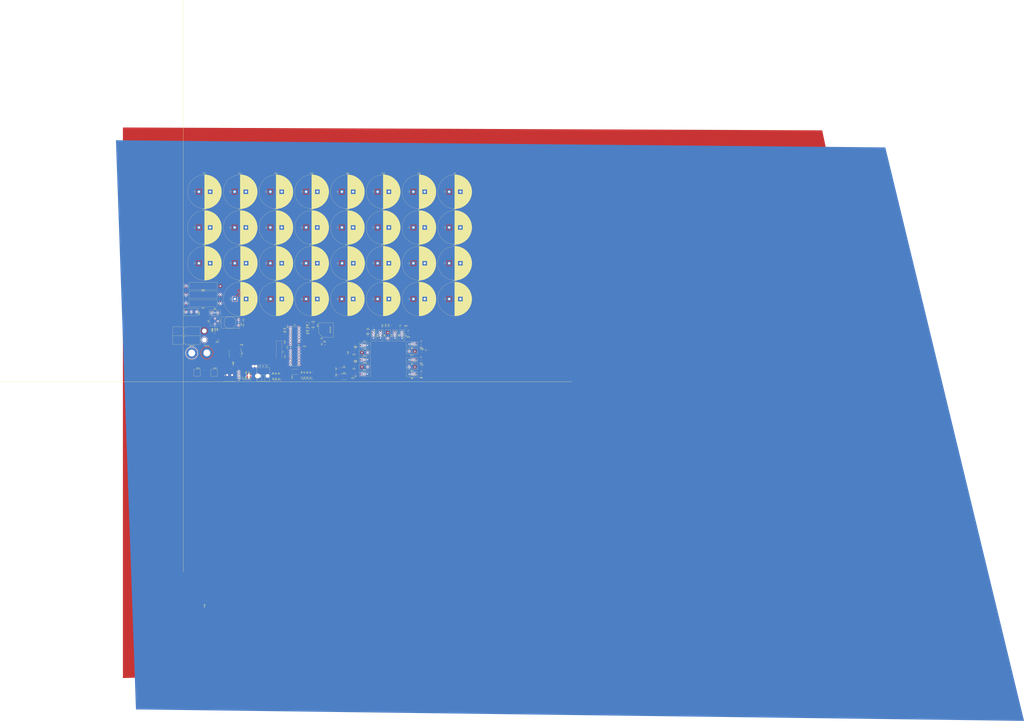
<source format=kicad_pcb>
(kicad_pcb (version 20171130) (host pcbnew "(5.0.0)")
  (layers (0 F.Cu signal) (31 B.Cu signal) (34 B.Paste user) (35 F.Paste user) (36 B.SilkS user) (37 F.SilkS user) (38 B.Mask user) (39 F.Mask user) (44 Edge.Cuts user))
  (net 0 "")
  (net 1 +5V)
  (net 2 "Net-(BZ1-Pad2)")
  (net 3 V+)
  (net 4 GND)
  (net 5 "Net-(C40-Pad1)")
  (net 6 "Net-(C41-Pad1)")
  (net 7 "Net-(C42-Pad1)")
  (net 8 VIN)
  (net 9 "Net-(C46-Pad1)")
  (net 10 USB+5V)
  (net 11 DTR)
  (net 12 Reset)
  (net 13 Conn_GND)
  (net 14 Ext_Trigger)
  (net 15 "Net-(D1-Pad2)")
  (net 16 "Net-(D2-Pad2)")
  (net 17 "Net-(D3-Pad2)")
  (net 18 "Net-(D4-Pad2)")
  (net 19 "Net-(D5-Pad2)")
  (net 20 "Net-(D6-Pad2)")
  (net 21 "Net-(D7-Pad2)")
  (net 22 Lead_Sense)
  (net 23 V_Sense)
  (net 24 "Net-(D10-Pad2)")
  (net 25 Power_GND)
  (net 26 "Net-(D11-Pad2)")
  (net 27 VS)
  (net 28 "Net-(D17-Pad1)")
  (net 29 "Net-(D17-Pad2)")
  (net 30 "Net-(D18-Pad1)")
  (net 31 "Net-(D18-Pad2)")
  (net 32 "Net-(D20-Pad2)")
  (net 33 D-)
  (net 34 D+)
  (net 35 IC_TX)
  (net 36 IC_RX)
  (net 37 "Net-(L1-Pad1)")
  (net 38 "Net-(L1-Pad2)")
  (net 39 "Net-(L2-Pad1)")
  (net 40 "Net-(L2-Pad2)")
  (net 41 "Net-(L3-Pad1)")
  (net 42 "Net-(L3-Pad2)")
  (net 43 "Net-(L4-Pad1)")
  (net 44 "Net-(L4-Pad2)")
  (net 45 "Net-(L5-Pad1)")
  (net 46 "Net-(L5-Pad2)")
  (net 47 "Net-(L6-Pad1)")
  (net 48 "Net-(L6-Pad2)")
  (net 49 "Net-(L7-Pad1)")
  (net 50 "Net-(L7-Pad2)")
  (net 51 "Net-(L8-Pad1)")
  (net 52 "Net-(L8-Pad2)")
  (net 53 "Net-(L9-Pad1)")
  (net 54 "Net-(L9-Pad2)")
  (net 55 "Net-(L10-Pad1)")
  (net 56 "Net-(L10-Pad2)")
  (net 57 "Net-(Q1-Pad1)")
  (net 58 "Net-(Q2-Pad2)")
  (net 59 "Net-(Q2-Pad3)")
  (net 60 5V_Ind)
  (net 61 Buzzer)
  (net 62 Pulse_Out)
  (net 63 7.5V_Ind)
  (net 64 10V_Ind)
  (net 65 12.5V_Ind)
  (net 66 "Net-(R12-Pad1)")
  (net 67 "Net-(R12-Pad2)")
  (net 68 "Net-(R13-Pad1)")
  (net 69 "Net-(R23-Pad2)")
  (net 70 "Net-(R24-Pad2)")
  (net 71 "Net-(R25-Pad2)")
  (net 72 "Net-(R31-Pad2)")
  (net 73 Lead_Voltage_Trigger)
  (net 74 /Vin)
  (module MRDT_Devices:BUZZER_SMI_1324_TW_5V_2_R (layer F.Cu) (at 35.56 32.48 270)
    (fp_text reference BZ1 (at 2.3 7.5 270) (layer F.SilkS))
    (fp_text value Buzzer)
    (fp_text user BUZZER (at 6.2 -3.6 270) (layer F.SilkS))
    (pad 1 smd rect (at 0.2 0 270) (size 6 2.5) (layers F.Cu F.Paste F.Mask) (net 1 +5V))
    (pad 2 smd rect (at 12.8 0 270) (size 6 2.5) (layers F.Cu F.Paste F.Mask) (net 2 "Net-(BZ1-Pad2)"))
  )
  (module Capacitors_THT:CP_Radial_D30.0mm_P10.00mm_SnapIn (layer F.Cu) (at 113.03 -52.07)
    (fp_text reference C1 (at 5 -16.31) (layer F.SilkS))
    (fp_text value 47mF)
    (pad 1 thru_hole rect (at 0 0) (size 4 4) (drill 2) (layers *.Cu *.Mask) (net 3 V+))
    (pad 2 thru_hole circle (at 10 0) (size 4 4) (drill 2) (layers *.Cu *.Mask) (net 4 GND))
  )
  (module Capacitors_THT:CP_Radial_D30.0mm_P10.00mm_SnapIn (layer F.Cu) (at 144.78 -83.82)
    (fp_text reference C2 (at 5 -16.31) (layer F.SilkS))
    (fp_text value 47mF)
    (pad 1 thru_hole rect (at 0 0) (size 4 4) (drill 2) (layers *.Cu *.Mask) (net 3 V+))
    (pad 2 thru_hole circle (at 10 0) (size 4 4) (drill 2) (layers *.Cu *.Mask) (net 4 GND))
  )
  (module Capacitors_THT:CP_Radial_D30.0mm_P10.00mm_SnapIn (layer F.Cu) (at 113.03 -20.32)
    (fp_text reference C3 (at 5 -16.31) (layer F.SilkS))
    (fp_text value 47mF)
    (pad 1 thru_hole rect (at 0 0) (size 4 4) (drill 2) (layers *.Cu *.Mask) (net 3 V+))
    (pad 2 thru_hole circle (at 10 0) (size 4 4) (drill 2) (layers *.Cu *.Mask) (net 4 GND))
  )
  (module Capacitors_THT:CP_Radial_D30.0mm_P10.00mm_SnapIn (layer F.Cu) (at 81.28 11.43)
    (fp_text reference C4 (at 5 -16.31) (layer F.SilkS))
    (fp_text value 47mF)
    (pad 1 thru_hole rect (at 0 0) (size 4 4) (drill 2) (layers *.Cu *.Mask) (net 3 V+))
    (pad 2 thru_hole circle (at 10 0) (size 4 4) (drill 2) (layers *.Cu *.Mask) (net 4 GND))
  )
  (module Capacitors_THT:CP_Radial_D30.0mm_P10.00mm_SnapIn (layer F.Cu) (at 113.03 11.43)
    (fp_text reference C5 (at 5 -16.31) (layer F.SilkS))
    (fp_text value 47mF)
    (pad 1 thru_hole rect (at 0 0) (size 4 4) (drill 2) (layers *.Cu *.Mask) (net 3 V+))
    (pad 2 thru_hole circle (at 10 0) (size 4 4) (drill 2) (layers *.Cu *.Mask) (net 4 GND))
  )
  (module Capacitors_THT:CP_Radial_D30.0mm_P10.00mm_SnapIn (layer F.Cu) (at 144.78 -52.07)
    (fp_text reference C6 (at 5 -16.31) (layer F.SilkS))
    (fp_text value 47mF)
    (pad 1 thru_hole rect (at 0 0) (size 4 4) (drill 2) (layers *.Cu *.Mask) (net 3 V+))
    (pad 2 thru_hole circle (at 10 0) (size 4 4) (drill 2) (layers *.Cu *.Mask) (net 4 GND))
  )
  (module Capacitors_SMD:C_0805_HandSoldering (layer F.Cu) (at 125.73 56.535 90)
    (fp_text reference C7 (at 0 -1.75 90) (layer F.SilkS))
    (fp_text value C)
    (pad 1 smd rect (at -1.25 0 90) (size 1.5 1.25) (layers F.Cu F.Paste F.Mask) (net 3 V+))
    (pad 2 smd rect (at 1.25 0 90) (size 1.5 1.25) (layers F.Cu F.Paste F.Mask) (net 4 GND))
  )
  (module Capacitors_THT:CP_Radial_D30.0mm_P10.00mm_SnapIn (layer F.Cu) (at 144.78 -20.32)
    (fp_text reference C8 (at 5 -16.31) (layer F.SilkS))
    (fp_text value 47mF)
    (pad 1 thru_hole rect (at 0 0) (size 4 4) (drill 2) (layers *.Cu *.Mask) (net 3 V+))
    (pad 2 thru_hole circle (at 10 0) (size 4 4) (drill 2) (layers *.Cu *.Mask) (net 4 GND))
  )
  (module Capacitors_THT:CP_Radial_D30.0mm_P10.00mm_SnapIn (layer F.Cu) (at 81.28 -52.07)
    (fp_text reference C9 (at 5 -16.31) (layer F.SilkS))
    (fp_text value 47mF)
    (pad 1 thru_hole rect (at 0 0) (size 4 4) (drill 2) (layers *.Cu *.Mask) (net 3 V+))
    (pad 2 thru_hole circle (at 10 0) (size 4 4) (drill 2) (layers *.Cu *.Mask) (net 4 GND))
  )
  (module Capacitors_THT:CP_Radial_D30.0mm_P10.00mm_SnapIn (layer F.Cu) (at -13.97 -20.32)
    (fp_text reference C10 (at 5 -16.31) (layer F.SilkS))
    (fp_text value 47mF)
    (pad 1 thru_hole rect (at 0 0) (size 4 4) (drill 2) (layers *.Cu *.Mask) (net 3 V+))
    (pad 2 thru_hole circle (at 10 0) (size 4 4) (drill 2) (layers *.Cu *.Mask) (net 4 GND))
  )
  (module Capacitors_SMD:C_0805_HandSoldering (layer F.Cu) (at 120.67 71.755)
    (fp_text reference C11 (at 0 -1.75) (layer F.SilkS))
    (fp_text value C)
    (pad 1 smd rect (at -1.25 0) (size 1.5 1.25) (layers F.Cu F.Paste F.Mask) (net 3 V+))
    (pad 2 smd rect (at 1.25 0) (size 1.5 1.25) (layers F.Cu F.Paste F.Mask) (net 4 GND))
  )
  (module Capacitors_THT:CP_Radial_D30.0mm_P10.00mm_SnapIn (layer F.Cu) (at -13.97 -52.07)
    (fp_text reference C12 (at 5 -16.31) (layer F.SilkS))
    (fp_text value 47mF)
    (pad 1 thru_hole rect (at 0 0) (size 4 4) (drill 2) (layers *.Cu *.Mask) (net 3 V+))
    (pad 2 thru_hole circle (at 10 0) (size 4 4) (drill 2) (layers *.Cu *.Mask) (net 4 GND))
  )
  (module Capacitors_THT:CP_Radial_D30.0mm_P10.00mm_SnapIn (layer F.Cu) (at -45.56 -20.32)
    (fp_text reference C13 (at 5 -16.31) (layer F.SilkS))
    (fp_text value 47mF)
    (pad 1 thru_hole rect (at 0 0) (size 4 4) (drill 2) (layers *.Cu *.Mask) (net 3 V+))
    (pad 2 thru_hole circle (at 10 0) (size 4 4) (drill 2) (layers *.Cu *.Mask) (net 4 GND))
  )
  (module Capacitors_THT:CP_Radial_D30.0mm_P10.00mm_SnapIn (layer F.Cu) (at -45.72 -83.82)
    (fp_text reference C14 (at 5 -16.31) (layer F.SilkS))
    (fp_text value 47mF)
    (pad 1 thru_hole rect (at 0 0) (size 4 4) (drill 2) (layers *.Cu *.Mask) (net 3 V+))
    (pad 2 thru_hole circle (at 10 0) (size 4 4) (drill 2) (layers *.Cu *.Mask) (net 4 GND))
  )
  (module Capacitors_SMD:C_0805_HandSoldering (layer F.Cu) (at 92.71 34.945 90)
    (fp_text reference C15 (at 0 -1.75 90) (layer F.SilkS))
    (fp_text value C)
    (pad 1 smd rect (at -1.25 0 90) (size 1.5 1.25) (layers F.Cu F.Paste F.Mask) (net 3 V+))
    (pad 2 smd rect (at 1.25 0 90) (size 1.5 1.25) (layers F.Cu F.Paste F.Mask) (net 4 GND))
  )
  (module Capacitors_THT:CP_Radial_D30.0mm_P10.00mm_SnapIn (layer F.Cu) (at -45.72 -52.07)
    (fp_text reference C16 (at 5 -16.31) (layer F.SilkS))
    (fp_text value 47mF)
    (pad 1 thru_hole rect (at 0 0) (size 4 4) (drill 2) (layers *.Cu *.Mask) (net 3 V+))
    (pad 2 thru_hole circle (at 10 0) (size 4 4) (drill 2) (layers *.Cu *.Mask) (net 4 GND))
  )
  (module Capacitors_THT:CP_Radial_D30.0mm_P10.00mm_SnapIn (layer F.Cu) (at -77.47 -83.82)
    (fp_text reference C17 (at 5 -16.31) (layer F.SilkS))
    (fp_text value 47mF)
    (pad 1 thru_hole rect (at 0 0) (size 4 4) (drill 2) (layers *.Cu *.Mask) (net 3 V+))
    (pad 2 thru_hole circle (at 10 0) (size 4 4) (drill 2) (layers *.Cu *.Mask) (net 4 GND))
  )
  (module Capacitors_THT:CP_Radial_D30.0mm_P10.00mm_SnapIn (layer F.Cu) (at 17.78 -52.07)
    (fp_text reference C18 (at 5 -16.31) (layer F.SilkS))
    (fp_text value 47mF)
    (pad 1 thru_hole rect (at 0 0) (size 4 4) (drill 2) (layers *.Cu *.Mask) (net 3 V+))
    (pad 2 thru_hole circle (at 10 0) (size 4 4) (drill 2) (layers *.Cu *.Mask) (net 4 GND))
  )
  (module Capacitors_SMD:C_0805_HandSoldering (layer F.Cu) (at 90.17 34.945 90)
    (fp_text reference C19 (at 0 -1.75 90) (layer F.SilkS))
    (fp_text value C)
    (pad 1 smd rect (at -1.25 0 90) (size 1.5 1.25) (layers F.Cu F.Paste F.Mask) (net 3 V+))
    (pad 2 smd rect (at 1.25 0 90) (size 1.5 1.25) (layers F.Cu F.Paste F.Mask) (net 4 GND))
  )
  (module Capacitors_THT:CP_Radial_D30.0mm_P10.00mm_SnapIn (layer F.Cu) (at -77.47 -52.07)
    (fp_text reference C20 (at 5 -16.31) (layer F.SilkS))
    (fp_text value 47mF)
    (pad 1 thru_hole rect (at 0 0) (size 4 4) (drill 2) (layers *.Cu *.Mask) (net 3 V+))
    (pad 2 thru_hole circle (at 10 0) (size 4 4) (drill 2) (layers *.Cu *.Mask) (net 4 GND))
  )
  (module Capacitors_THT:CP_Radial_D30.0mm_P10.00mm_SnapIn (layer F.Cu) (at -13.97 -83.82)
    (fp_text reference C21 (at 5 -16.31) (layer F.SilkS))
    (fp_text value 47mF)
    (pad 1 thru_hole rect (at 0 0) (size 4 4) (drill 2) (layers *.Cu *.Mask) (net 3 V+))
    (pad 2 thru_hole circle (at 10 0) (size 4 4) (drill 2) (layers *.Cu *.Mask) (net 4 GND))
  )
  (module Capacitors_THT:CP_Radial_D30.0mm_P10.00mm_SnapIn (layer F.Cu) (at 17.78 -83.82)
    (fp_text reference C22 (at 5 -16.31) (layer F.SilkS))
    (fp_text value 47mF)
    (pad 1 thru_hole rect (at 0 0) (size 4 4) (drill 2) (layers *.Cu *.Mask) (net 3 V+))
    (pad 2 thru_hole circle (at 10 0) (size 4 4) (drill 2) (layers *.Cu *.Mask) (net 4 GND))
  )
  (module Capacitors_SMD:C_0805_HandSoldering (layer F.Cu) (at 60.345 59.055 180)
    (fp_text reference C23 (at 0 -1.75 180) (layer F.SilkS))
    (fp_text value C)
    (pad 1 smd rect (at -1.25 0 180) (size 1.5 1.25) (layers F.Cu F.Paste F.Mask) (net 3 V+))
    (pad 2 smd rect (at 1.25 0 180) (size 1.5 1.25) (layers F.Cu F.Paste F.Mask) (net 4 GND))
  )
  (module Capacitors_SMD:C_0805_HandSoldering (layer F.Cu) (at 60.345 71.755 180)
    (fp_text reference C24 (at 0 -1.75 180) (layer F.SilkS))
    (fp_text value C)
    (pad 1 smd rect (at -1.25 0 180) (size 1.5 1.25) (layers F.Cu F.Paste F.Mask) (net 3 V+))
    (pad 2 smd rect (at 1.25 0 180) (size 1.5 1.25) (layers F.Cu F.Paste F.Mask) (net 4 GND))
  )
  (module Capacitors_THT:CP_Radial_D30.0mm_P10.00mm_SnapIn (layer F.Cu) (at 49.53 -83.82)
    (fp_text reference C25 (at 5 -16.31) (layer F.SilkS))
    (fp_text value 47mF)
    (pad 1 thru_hole rect (at 0 0) (size 4 4) (drill 2) (layers *.Cu *.Mask) (net 3 V+))
    (pad 2 thru_hole circle (at 10 0) (size 4 4) (drill 2) (layers *.Cu *.Mask) (net 4 GND))
  )
  (module Capacitors_THT:CP_Radial_D30.0mm_P10.00mm_SnapIn (layer F.Cu) (at 17.78 -20.32)
    (fp_text reference C26 (at 5 -16.31) (layer F.SilkS))
    (fp_text value 47mF)
    (pad 1 thru_hole rect (at 0 0) (size 4 4) (drill 2) (layers *.Cu *.Mask) (net 3 V+))
    (pad 2 thru_hole circle (at 10 0) (size 4 4) (drill 2) (layers *.Cu *.Mask) (net 4 GND))
  )
  (module Capacitors_THT:CP_Radial_D30.0mm_P10.00mm_SnapIn (layer F.Cu) (at -13.81 11.43)
    (fp_text reference C27 (at 5 -16.31) (layer F.SilkS))
    (fp_text value 47mF)
    (pad 1 thru_hole rect (at 0 0) (size 4 4) (drill 2) (layers *.Cu *.Mask) (net 3 V+))
    (pad 2 thru_hole circle (at 10 0) (size 4 4) (drill 2) (layers *.Cu *.Mask) (net 4 GND))
  )
  (module Capacitors_SMD:C_0805_HandSoldering (layer F.Cu) (at 120.63 57.785)
    (fp_text reference C28 (at 0 -1.75) (layer F.SilkS))
    (fp_text value C)
    (pad 1 smd rect (at -1.25 0) (size 1.5 1.25) (layers F.Cu F.Paste F.Mask) (net 3 V+))
    (pad 2 smd rect (at 1.25 0) (size 1.5 1.25) (layers F.Cu F.Paste F.Mask) (net 4 GND))
  )
  (module Capacitors_THT:CP_Radial_D30.0mm_P10.00mm_SnapIn (layer F.Cu) (at -77.47 -20.32)
    (fp_text reference C29 (at 5 -16.31) (layer F.SilkS))
    (fp_text value 47mF)
    (pad 1 thru_hole rect (at 0 0) (size 4 4) (drill 2) (layers *.Cu *.Mask) (net 3 V+))
    (pad 2 thru_hole circle (at 10 0) (size 4 4) (drill 2) (layers *.Cu *.Mask) (net 4 GND))
  )
  (module Capacitors_THT:CP_Radial_D30.0mm_P10.00mm_SnapIn (layer F.Cu) (at 49.53 -52.07)
    (fp_text reference C30 (at 5 -16.31) (layer F.SilkS))
    (fp_text value 47mF)
    (pad 1 thru_hole rect (at 0 0) (size 4 4) (drill 2) (layers *.Cu *.Mask) (net 3 V+))
    (pad 2 thru_hole circle (at 10 0) (size 4 4) (drill 2) (layers *.Cu *.Mask) (net 4 GND))
  )
  (module Capacitors_THT:CP_Radial_D30.0mm_P10.00mm_SnapIn (layer F.Cu) (at 17.78 11.43)
    (fp_text reference C31 (at 5 -16.31) (layer F.SilkS))
    (fp_text value 47mF)
    (pad 1 thru_hole rect (at 0 0) (size 4 4) (drill 2) (layers *.Cu *.Mask) (net 3 V+))
    (pad 2 thru_hole circle (at 10 0) (size 4 4) (drill 2) (layers *.Cu *.Mask) (net 4 GND))
  )
  (module Capacitors_SMD:C_0805_HandSoldering (layer F.Cu) (at 56.515 59.075 90)
    (fp_text reference C32 (at 0 -1.75 90) (layer F.SilkS))
    (fp_text value C)
    (pad 1 smd rect (at -1.25 0 90) (size 1.5 1.25) (layers F.Cu F.Paste F.Mask) (net 3 V+))
    (pad 2 smd rect (at 1.25 0 90) (size 1.5 1.25) (layers F.Cu F.Paste F.Mask) (net 4 GND))
  )
  (module Capacitors_THT:CP_Radial_D30.0mm_P10.00mm_SnapIn (layer F.Cu) (at 81.28 -83.82)
    (fp_text reference C33 (at 5 -16.31) (layer F.SilkS))
    (fp_text value 47mF)
    (pad 1 thru_hole rect (at 0 0) (size 4 4) (drill 2) (layers *.Cu *.Mask) (net 3 V+))
    (pad 2 thru_hole circle (at 10 0) (size 4 4) (drill 2) (layers *.Cu *.Mask) (net 4 GND))
  )
  (module Capacitors_THT:CP_Radial_D30.0mm_P10.00mm_SnapIn (layer F.Cu) (at 49.53 11.43)
    (fp_text reference C34 (at 5 -16.31) (layer F.SilkS))
    (fp_text value 47mF)
    (pad 1 thru_hole rect (at 0 0) (size 4 4) (drill 2) (layers *.Cu *.Mask) (net 3 V+))
    (pad 2 thru_hole circle (at 10 0) (size 4 4) (drill 2) (layers *.Cu *.Mask) (net 4 GND))
  )
  (module Capacitors_THT:CP_Radial_D30.0mm_P10.00mm_SnapIn (layer F.Cu) (at 81.28 -20.32)
    (fp_text reference C35 (at 5 -16.31) (layer F.SilkS))
    (fp_text value 47mF)
    (pad 1 thru_hole rect (at 0 0) (size 4 4) (drill 2) (layers *.Cu *.Mask) (net 3 V+))
    (pad 2 thru_hole circle (at 10 0) (size 4 4) (drill 2) (layers *.Cu *.Mask) (net 4 GND))
  )
  (module Capacitors_THT:CP_Radial_D30.0mm_P10.00mm_SnapIn (layer F.Cu) (at 113.03 -83.82)
    (fp_text reference C36 (at 5 -16.31) (layer F.SilkS))
    (fp_text value 47mF)
    (pad 1 thru_hole rect (at 0 0) (size 4 4) (drill 2) (layers *.Cu *.Mask) (net 3 V+))
    (pad 2 thru_hole circle (at 10 0) (size 4 4) (drill 2) (layers *.Cu *.Mask) (net 4 GND))
  )
  (module Capacitors_THT:CP_Radial_D30.0mm_P10.00mm_SnapIn (layer F.Cu) (at 49.69 -20.32)
    (fp_text reference C37 (at 5 -16.31) (layer F.SilkS))
    (fp_text value 47mF)
    (pad 1 thru_hole rect (at 0 0) (size 4 4) (drill 2) (layers *.Cu *.Mask) (net 3 V+))
    (pad 2 thru_hole circle (at 10 0) (size 4 4) (drill 2) (layers *.Cu *.Mask) (net 4 GND))
  )
  (module Capacitors_THT:CP_Radial_D30.0mm_P10.00mm_SnapIn (layer F.Cu) (at 144.78 11.43)
    (fp_text reference C38 (at 5 -16.31) (layer F.SilkS))
    (fp_text value 47mF)
    (pad 1 thru_hole rect (at 0 0) (size 4 4) (drill 2) (layers *.Cu *.Mask) (net 3 V+))
    (pad 2 thru_hole circle (at 10 0) (size 4 4) (drill 2) (layers *.Cu *.Mask) (net 4 GND))
  )
  (module Capacitors_SMD:C_0603_HandSoldering (layer F.Cu) (at 0 49.85 90)
    (fp_text reference C39 (at 0 -1.25 90) (layer F.SilkS))
    (fp_text value .1uF)
    (pad 1 smd rect (at -0.95 0 90) (size 1.2 0.75) (layers F.Cu F.Paste F.Mask) (net 1 +5V))
    (pad 2 smd rect (at 0.95 0 90) (size 1.2 0.75) (layers F.Cu F.Paste F.Mask) (net 4 GND))
  )
  (module Capacitors_SMD:C_0603_HandSoldering (layer F.Cu) (at 16.19 54.61)
    (fp_text reference C40 (at 0 -1.25) (layer F.SilkS))
    (fp_text value .1uF)
    (pad 1 smd rect (at -0.95 0) (size 1.2 0.75) (layers F.Cu F.Paste F.Mask) (net 5 "Net-(C40-Pad1)"))
    (pad 2 smd rect (at 0.95 0) (size 1.2 0.75) (layers F.Cu F.Paste F.Mask) (net 4 GND))
  )
  (module Capacitors_SMD:C_0603_HandSoldering (layer F.Cu) (at 0 54.29 270)
    (fp_text reference C41 (at 0 -1.25 270) (layer F.SilkS))
    (fp_text value 22pF)
    (pad 1 smd rect (at -0.95 0 270) (size 1.2 0.75) (layers F.Cu F.Paste F.Mask) (net 6 "Net-(C41-Pad1)"))
    (pad 2 smd rect (at 0.95 0 270) (size 1.2 0.75) (layers F.Cu F.Paste F.Mask) (net 4 GND))
  )
  (module Capacitors_SMD:C_0603_HandSoldering (layer F.Cu) (at 0 62.55 90)
    (fp_text reference C42 (at 0 -1.25 90) (layer F.SilkS))
    (fp_text value 22pF)
    (pad 1 smd rect (at -0.95 0 90) (size 1.2 0.75) (layers F.Cu F.Paste F.Mask) (net 7 "Net-(C42-Pad1)"))
    (pad 2 smd rect (at 0.95 0 90) (size 1.2 0.75) (layers F.Cu F.Paste F.Mask) (net 4 GND))
  )
  (module Capacitors_SMD:C_0603_HandSoldering (layer F.Cu) (at -39.116 30.16 270)
    (fp_text reference C43 (at 0 -1.25 270) (layer F.SilkS))
    (fp_text value 10uF)
    (pad 1 smd rect (at -0.95 0 270) (size 1.2 0.75) (layers F.Cu F.Paste F.Mask) (net 74 /Vin))
    (pad 2 smd rect (at 0.95 0 270) (size 1.2 0.75) (layers F.Cu F.Paste F.Mask) (net 4 GND))
  )
  (module Capacitors_SMD:C_0603_HandSoldering (layer F.Cu) (at -39.116 34.61 270)
    (fp_text reference C44 (at 0 -1.25 270) (layer F.SilkS))
    (fp_text value 10uF)
    (pad 1 smd rect (at -0.95 0 270) (size 1.2 0.75) (layers F.Cu F.Paste F.Mask) (net 4 GND))
    (pad 2 smd rect (at 0.95 0 270) (size 1.2 0.75) (layers F.Cu F.Paste F.Mask) (net 1 +5V))
  )
  (module Capacitors_THT:CP_Radial_D30.0mm_P10.00mm_SnapIn (layer F.Cu) (at -45.56 11.43)
    (fp_text reference C45 (at 5 -16.31) (layer F.SilkS))
    (fp_text value 47mF)
    (pad 1 thru_hole rect (at 0 0) (size 4 4) (drill 2) (layers *.Cu *.Mask) (net 74 /Vin))
    (pad 2 thru_hole circle (at 10 0) (size 4 4) (drill 2) (layers *.Cu *.Mask) (net 4 GND))
  )
  (module Capacitors_SMD:C_0603_HandSoldering (layer F.Cu) (at -48.1584 68.514 270)
    (fp_text reference C46 (at 0 -1.25 270) (layer F.SilkS))
    (fp_text value .1uF)
    (pad 1 smd rect (at -0.95 0 270) (size 1.2 0.75) (layers F.Cu F.Paste F.Mask) (net 9 "Net-(C46-Pad1)"))
    (pad 2 smd rect (at 0.95 0 270) (size 1.2 0.75) (layers F.Cu F.Paste F.Mask) (net 4 GND))
  )
  (module Capacitors_SMD:C_0603_HandSoldering (layer F.Cu) (at -45.847 68.514 90)
    (fp_text reference C47 (at 0 -1.25 90) (layer F.SilkS))
    (fp_text value .1uF)
    (pad 1 smd rect (at -0.95 0 90) (size 1.2 0.75) (layers F.Cu F.Paste F.Mask) (net 4 GND))
    (pad 2 smd rect (at 0.95 0 90) (size 1.2 0.75) (layers F.Cu F.Paste F.Mask) (net 10 USB+5V))
  )
  (module Capacitors_SMD:C_0603_HandSoldering (layer F.Cu) (at -39.69 53.34)
    (fp_text reference C48 (at 0 -1.25) (layer F.SilkS))
    (fp_text value .1uF)
    (pad 1 smd rect (at -0.95 0) (size 1.2 0.75) (layers F.Cu F.Paste F.Mask) (net 11 DTR))
    (pad 2 smd rect (at 0.95 0) (size 1.2 0.75) (layers F.Cu F.Paste F.Mask) (net 12 Reset))
  )
  (module Connectors:Banana_Jack_1Pin (layer F.Cu) (at -70.358 59.309)
    (fp_text reference Conn1 (at 0 -6.5) (layer F.SilkS))
    (fp_text value BananaConnector)
    (pad 1 thru_hole circle (at 0 0) (size 10.16 10.16) (drill 6.1) (layers *.Cu *.Mask) (net 3 V+))
  )
  (module Connectors:Banana_Jack_1Pin (layer F.Cu) (at -83.82 59.436)
    (fp_text reference Conn2 (at 0 -6.5) (layer F.SilkS))
    (fp_text value BananaConnector)
    (pad 1 thru_hole circle (at 0 0) (size 10.16 10.16) (drill 6.1) (layers *.Cu *.Mask) (net 13 Conn_GND))
  )
  (module MRDT_Connectors:Anderson_2_Horisontal_Side_by_Side (layer F.Cu) (at -76.2 51.816)
    (fp_text reference Conn3 hide)
    (fp_text value AndersonPP)
    (pad 1 thru_hole circle (at 3.5814 -4.063) (size 5.08 5.08) (drill 4.06) (layers *.Cu *.Mask F.Paste) (net 13 Conn_GND))
    (pad 2 thru_hole circle (at 3.5814 -12.064) (size 5.08 5.08) (drill 4.06) (layers *.Cu *.Mask F.Paste) (net 3 V+))
  )
  (module MRDT_Connectors:MOLEX_SL_3_Horizontal (layer F.Cu) (at -20.32 71.12 180)
    (fp_text reference Conn4 hide)
    (fp_text value Molex_SL_3)
    (pad "" np_thru_hole circle (at 3.81 -8.636 180) (size 3.45 3.45) (drill 3.45) (layers *.Cu *.Mask))
    (pad "" np_thru_hole circle (at -3.81 -8.636 180) (size 3.45 3.45) (drill 3.45) (layers *.Cu *.Mask))
    (pad 3 thru_hole circle (at 2.54 0 180) (size 1.524 1.524) (drill 0.762) (layers *.Cu *.Mask) (net 4 GND))
    (pad 2 thru_hole circle (at 0 0 180) (size 1.524 1.524) (drill 0.762) (layers *.Cu *.Mask) (net 14 Ext_Trigger))
    (pad 1 thru_hole circle (at -2.54 0 180) (size 1.524 1.524) (drill 0.762) (layers *.Cu *.Mask) (net 1 +5V))
  )
  (module LEDs:LED_0603_HandSoldering (layer F.Cu) (at 22.86 81.364 90)
    (fp_text reference D1 (at 0 -1.45 90) (layer F.SilkS))
    (fp_text value 5V)
    (pad 1 smd rect (at -1.1 0 90) (size 1.2 0.9) (layers F.Cu F.Paste F.Mask) (net 4 GND))
    (pad 2 smd rect (at 1.1 0 90) (size 1.2 0.9) (layers F.Cu F.Paste F.Mask) (net 15 "Net-(D1-Pad2)"))
  )
  (module LEDs:LED_0603_HandSoldering (layer F.Cu) (at -7.62 82.38 90)
    (fp_text reference D2 (at 0 -1.45 90) (layer F.SilkS))
    (fp_text value Pulse)
    (pad 1 smd rect (at -1.1 0 90) (size 1.2 0.9) (layers F.Cu F.Paste F.Mask) (net 4 GND))
    (pad 2 smd rect (at 1.1 0 90) (size 1.2 0.9) (layers F.Cu F.Paste F.Mask) (net 16 "Net-(D2-Pad2)"))
  )
  (module LEDs:LED_0603_HandSoldering (layer F.Cu) (at 20.32 81.364 90)
    (fp_text reference D3 (at 0 -1.45 90) (layer F.SilkS))
    (fp_text value 7.5V)
    (pad 1 smd rect (at -1.1 0 90) (size 1.2 0.9) (layers F.Cu F.Paste F.Mask) (net 4 GND))
    (pad 2 smd rect (at 1.1 0 90) (size 1.2 0.9) (layers F.Cu F.Paste F.Mask) (net 17 "Net-(D3-Pad2)"))
  )
  (module LEDs:LED_0603_HandSoldering (layer F.Cu) (at -5.08 82.38 90)
    (fp_text reference D4 (at 0 -1.45 90) (layer F.SilkS))
    (fp_text value "Ext Trigger")
    (pad 1 smd rect (at -1.1 0 90) (size 1.2 0.9) (layers F.Cu F.Paste F.Mask) (net 4 GND))
    (pad 2 smd rect (at 1.1 0 90) (size 1.2 0.9) (layers F.Cu F.Paste F.Mask) (net 18 "Net-(D4-Pad2)"))
  )
  (module LEDs:LED_0603_HandSoldering (layer F.Cu) (at 17.78 81.364 90)
    (fp_text reference D5 (at 0 -1.45 90) (layer F.SilkS))
    (fp_text value 10V)
    (pad 1 smd rect (at -1.1 0 90) (size 1.2 0.9) (layers F.Cu F.Paste F.Mask) (net 4 GND))
    (pad 2 smd rect (at 1.1 0 90) (size 1.2 0.9) (layers F.Cu F.Paste F.Mask) (net 19 "Net-(D5-Pad2)"))
  )
  (module LEDs:LED_0603_HandSoldering (layer F.Cu) (at -10.16 82.38 90)
    (fp_text reference D6 (at 0 -1.45 90) (layer F.SilkS))
    (fp_text value Logic)
    (pad 1 smd rect (at -1.1 0 90) (size 1.2 0.9) (layers F.Cu F.Paste F.Mask) (net 4 GND))
    (pad 2 smd rect (at 1.1 0 90) (size 1.2 0.9) (layers F.Cu F.Paste F.Mask) (net 20 "Net-(D6-Pad2)"))
  )
  (module LEDs:LED_0603_HandSoldering (layer F.Cu) (at 15.24 81.364 90)
    (fp_text reference D7 (at 0 -1.45 90) (layer F.SilkS))
    (fp_text value 12.5V)
    (pad 1 smd rect (at -1.1 0 90) (size 1.2 0.9) (layers F.Cu F.Paste F.Mask) (net 4 GND))
    (pad 2 smd rect (at 1.1 0 90) (size 1.2 0.9) (layers F.Cu F.Paste F.Mask) (net 21 "Net-(D7-Pad2)"))
  )
  (module Diodes_SMD:D_SOD-123 (layer F.Cu) (at 18.67 33.02 180)
    (fp_text reference D8 (at 0 -2 180) (layer F.SilkS))
    (fp_text value 5V)
    (pad 1 smd rect (at -1.65 0 180) (size 0.9 1.2) (layers F.Cu F.Paste F.Mask) (net 22 Lead_Sense))
    (pad 2 smd rect (at 1.65 0 180) (size 0.9 1.2) (layers F.Cu F.Paste F.Mask) (net 4 GND))
  )
  (module Diodes_SMD:D_SOD-123 (layer F.Cu) (at 18.67 38.1 180)
    (fp_text reference D9 (at 0 -2 180) (layer F.SilkS))
    (fp_text value 5V)
    (pad 1 smd rect (at -1.65 0 180) (size 0.9 1.2) (layers F.Cu F.Paste F.Mask) (net 23 V_Sense))
    (pad 2 smd rect (at 1.65 0 180) (size 0.9 1.2) (layers F.Cu F.Paste F.Mask) (net 4 GND))
  )
  (module Diodes_SMD:D_SOD-123 (layer F.Cu) (at -64.008 38.99 90)
    (fp_text reference D10 (at 0 -2 90) (layer F.SilkS))
    (fp_text value 15V)
    (pad 1 smd rect (at -1.65 0 90) (size 0.9 1.2) (layers F.Cu F.Paste F.Mask) (net 3 V+))
    (pad 2 smd rect (at 1.65 0 90) (size 0.9 1.2) (layers F.Cu F.Paste F.Mask) (net 24 "Net-(D10-Pad2)"))
  )
  (module LEDs:LED_0603_HandSoldering (layer F.Cu) (at -61.13 48.26 180)
    (fp_text reference D11 (at 0 -1.45 180) (layer F.SilkS))
    (fp_text value "Over Voltage")
    (pad 1 smd rect (at -1.1 0 180) (size 1.2 0.9) (layers F.Cu F.Paste F.Mask) (net 25 Power_GND))
    (pad 2 smd rect (at 1.1 0 180) (size 1.2 0.9) (layers F.Cu F.Paste F.Mask) (net 26 "Net-(D11-Pad2)"))
  )
  (module Diodes_SMD:D_SOD-123 (layer B.Cu) (at -40.64 3.81)
    (fp_text reference D12 (at 0 2) (layer B.SilkS) (effects (justify mirror)))
    (fp_text value 20V)
    (pad 1 smd rect (at -1.65 0) (size 0.9 1.2) (layers B.Cu B.Paste B.Mask) (net 74 /Vin))
    (pad 2 smd rect (at 1.65 0) (size 0.9 1.2) (layers B.Cu B.Paste B.Mask) (net 3 V+))
  )
  (module TO_SOT_Packages_THT:TO-220-2_Vertical (layer F.Cu) (at 114.3 71.755 180)
    (fp_text reference D13 (at 2.54 -3.62 180) (layer F.SilkS))
    (fp_text value D)
    (pad 1 thru_hole rect (at 0 0 180) (size 1.8 1.8) (drill 1) (layers *.Cu *.Mask) (net 3 V+))
    (pad 2 thru_hole oval (at 5.08 0 180) (size 1.8 1.8) (drill 1) (layers *.Cu *.Mask) (net 27 VS))
  )
  (module TO_SOT_Packages_THT:TO-220-2_Vertical (layer F.Cu) (at 114.3 57.785 180)
    (fp_text reference D14 (at 2.54 -3.62 180) (layer F.SilkS))
    (fp_text value D)
    (pad 1 thru_hole rect (at 0 0 180) (size 1.8 1.8) (drill 1) (layers *.Cu *.Mask) (net 3 V+))
    (pad 2 thru_hole oval (at 5.08 0 180) (size 1.8 1.8) (drill 1) (layers *.Cu *.Mask) (net 27 VS))
  )
  (module TO_SOT_Packages_THT:TO-220-2_Vertical (layer F.Cu) (at 90.17 41.275 270)
    (fp_text reference D15 (at 2.54 -3.62 270) (layer F.SilkS))
    (fp_text value D)
    (pad 1 thru_hole rect (at 0 0 270) (size 1.8 1.8) (drill 1) (layers *.Cu *.Mask) (net 3 V+))
    (pad 2 thru_hole oval (at 5.08 0 270) (size 1.8 1.8) (drill 1) (layers *.Cu *.Mask) (net 27 VS))
  )
  (module TO_SOT_Packages_THT:TO-220-2_Vertical (layer F.Cu) (at 67.31 59.055)
    (fp_text reference D16 (at 2.54 -3.62) (layer F.SilkS))
    (fp_text value D)
    (pad 1 thru_hole rect (at 0 0) (size 1.8 1.8) (drill 1) (layers *.Cu *.Mask) (net 3 V+))
    (pad 2 thru_hole oval (at 5.08 0) (size 1.8 1.8) (drill 1) (layers *.Cu *.Mask) (net 27 VS))
  )
  (module LEDs:LED_0603_HandSoldering (layer F.Cu) (at -36.83 81.745 90)
    (fp_text reference D17 (at 0 -1.45 90) (layer F.SilkS))
    (fp_text value TX)
    (pad 1 smd rect (at -1.1 0 90) (size 1.2 0.9) (layers F.Cu F.Paste F.Mask) (net 28 "Net-(D17-Pad1)"))
    (pad 2 smd rect (at 1.1 0 90) (size 1.2 0.9) (layers F.Cu F.Paste F.Mask) (net 29 "Net-(D17-Pad2)"))
  )
  (module LEDs:LED_0603_HandSoldering (layer F.Cu) (at -34.29 81.745 90)
    (fp_text reference D18 (at 0 -1.45 90) (layer F.SilkS))
    (fp_text value RX)
    (pad 1 smd rect (at -1.1 0 90) (size 1.2 0.9) (layers F.Cu F.Paste F.Mask) (net 30 "Net-(D18-Pad1)"))
    (pad 2 smd rect (at 1.1 0 90) (size 1.2 0.9) (layers F.Cu F.Paste F.Mask) (net 31 "Net-(D18-Pad2)"))
  )
  (module TO_SOT_Packages_THT:TO-220-2_Vertical (layer F.Cu) (at 67.31 71.755)
    (fp_text reference D19 (at 2.54 -3.62) (layer F.SilkS))
    (fp_text value D)
    (pad 1 thru_hole rect (at 0 0) (size 1.8 1.8) (drill 1) (layers *.Cu *.Mask) (net 3 V+))
    (pad 2 thru_hole oval (at 5.08 0) (size 1.8 1.8) (drill 1) (layers *.Cu *.Mask) (net 27 VS))
  )
  (module LEDs:LED_0603_HandSoldering (layer F.Cu) (at -31.75 81.745 90)
    (fp_text reference D20 (at 0 -1.45 90) (layer F.SilkS))
    (fp_text value "FTDI PWR")
    (pad 1 smd rect (at -1.1 0 90) (size 1.2 0.9) (layers F.Cu F.Paste F.Mask) (net 4 GND))
    (pad 2 smd rect (at 1.1 0 90) (size 1.2 0.9) (layers F.Cu F.Paste F.Mask) (net 32 "Net-(D20-Pad2)"))
  )
  (module "Project Library:MiniUSB_SMT" (layer F.Cu) (at -50.17084 78.9495 90)
    (fp_text reference J1 (at -0.4323 -4.32986 90) (layer F.SilkS))
    (fp_text value "Mini USB")
    (pad 1 smd rect (at 2.8495 -1.59916 90) (size 2.3 0.5) (layers F.Cu F.Paste F.Mask) (net 10 USB+5V))
    (pad "" np_thru_hole circle (at -0.0005 -2.19916 90) (size 0.9 0.9) (drill 0.9) (layers *.Cu *.Mask))
    (pad "" np_thru_hole circle (at -0.0005 2.20084 90) (size 0.9 0.9) (drill 0.9) (layers *.Cu *.Mask))
    (pad "" smd rect (at 2.7495 -4.44916 90) (size 2.5 2) (layers F.Cu F.Paste F.Mask))
    (pad 2 smd rect (at 2.8495 -0.79916 90) (size 2.3 0.5) (layers F.Cu F.Paste F.Mask) (net 33 D-))
    (pad 3 smd rect (at 2.8495 0.00084 90) (size 2.3 0.5) (layers F.Cu F.Paste F.Mask) (net 34 D+))
    (pad 4 smd rect (at 2.8495 0.80084 90) (size 2.3 0.5) (layers F.Cu F.Paste F.Mask))
    (pad 5 smd rect (at 2.8495 1.60084 90) (size 2.3 0.5) (layers F.Cu F.Paste F.Mask) (net 4 GND))
    (pad "" smd rect (at -2.7505 -4.44916 90) (size 2.5 2) (layers F.Cu F.Paste F.Mask))
    (pad "" smd rect (at 2.7495 4.45084 90) (size 2.5 2) (layers F.Cu F.Paste F.Mask))
    (pad "" smd rect (at -2.7505 4.45084 90) (size 2.5 2) (layers F.Cu F.Paste F.Mask))
  )
  (module Pin_Headers:Pin_Header_Straight_1x03_Pitch2.54mm (layer F.Cu) (at -41.91 81.28 180)
    (fp_text reference J2 (at 0 -2.33 180) (layer F.SilkS))
    (fp_text value Conn_01x03_Male)
    (pad 1 thru_hole rect (at 0 0 180) (size 1.7 1.7) (drill 1) (layers *.Cu *.Mask) (net 35 IC_TX))
    (pad 2 thru_hole oval (at 0 2.54 180) (size 1.7 1.7) (drill 1) (layers *.Cu *.Mask) (net 36 IC_RX))
    (pad 3 thru_hole oval (at 0 5.08 180) (size 1.7 1.7) (drill 1) (layers *.Cu *.Mask) (net 11 DTR))
  )
  (module Inductors_SMD:L_0603_HandSoldering (layer F.Cu) (at 119.845 64.77)
    (fp_text reference L1 (at 0 -1.9) (layer F.SilkS))
    (fp_text value Ferrite_Bead)
    (pad 1 smd rect (at -1.1 0) (size 1.2 0.9) (layers F.Cu F.Paste F.Mask) (net 37 "Net-(L1-Pad1)"))
    (pad 2 smd rect (at 1.1 0) (size 1.2 0.9) (layers F.Cu F.Paste F.Mask) (net 38 "Net-(L1-Pad2)"))
  )
  (module Inductors_SMD:L_0603_HandSoldering (layer F.Cu) (at 119.845 50.8)
    (fp_text reference L2 (at 0 -1.9) (layer F.SilkS))
    (fp_text value Ferrite_Bead)
    (pad 1 smd rect (at -1.1 0) (size 1.2 0.9) (layers F.Cu F.Paste F.Mask) (net 39 "Net-(L2-Pad1)"))
    (pad 2 smd rect (at 1.1 0) (size 1.2 0.9) (layers F.Cu F.Paste F.Mask) (net 40 "Net-(L2-Pad2)"))
  )
  (module Inductors_SMD:L_0603_HandSoldering (layer F.Cu) (at 119.845 77.47)
    (fp_text reference L3 (at 0 -1.9) (layer F.SilkS))
    (fp_text value Ferrite_Bead)
    (pad 1 smd rect (at -1.1 0) (size 1.2 0.9) (layers F.Cu F.Paste F.Mask) (net 41 "Net-(L3-Pad1)"))
    (pad 2 smd rect (at 1.1 0) (size 1.2 0.9) (layers F.Cu F.Paste F.Mask) (net 42 "Net-(L3-Pad2)"))
  )
  (module Inductors_SMD:L_0603_HandSoldering (layer F.Cu) (at 108.415 41.275)
    (fp_text reference L4 (at 0 -1.9) (layer F.SilkS))
    (fp_text value Ferrite_Bead)
    (pad 1 smd rect (at -1.1 0) (size 1.2 0.9) (layers F.Cu F.Paste F.Mask) (net 43 "Net-(L4-Pad1)"))
    (pad 2 smd rect (at 1.1 0) (size 1.2 0.9) (layers F.Cu F.Paste F.Mask) (net 44 "Net-(L4-Pad2)"))
  )
  (module Inductors_SMD:L_0603_HandSoldering (layer F.Cu) (at 101.135 36.83)
    (fp_text reference L5 (at 0 -1.9) (layer F.SilkS))
    (fp_text value Ferrite_Bead)
    (pad 1 smd rect (at -1.1 0) (size 1.2 0.9) (layers F.Cu F.Paste F.Mask) (net 45 "Net-(L5-Pad1)"))
    (pad 2 smd rect (at 1.1 0) (size 1.2 0.9) (layers F.Cu F.Paste F.Mask) (net 46 "Net-(L5-Pad2)"))
  )
  (module Inductors_SMD:L_0603_HandSoldering (layer F.Cu) (at 77.935 36.83 180)
    (fp_text reference L6 (at 0 -1.9 180) (layer F.SilkS))
    (fp_text value Ferrite_Bead)
    (pad 1 smd rect (at -1.1 0 180) (size 1.2 0.9) (layers F.Cu F.Paste F.Mask) (net 47 "Net-(L6-Pad1)"))
    (pad 2 smd rect (at 1.1 0 180) (size 1.2 0.9) (layers F.Cu F.Paste F.Mask) (net 48 "Net-(L6-Pad2)"))
  )
  (module Inductors_SMD:L_0603_HandSoldering (layer F.Cu) (at 72.56 41.275 180)
    (fp_text reference L7 (at 0 -1.9 180) (layer F.SilkS))
    (fp_text value Ferrite_Bead)
    (pad 1 smd rect (at -1.1 0 180) (size 1.2 0.9) (layers F.Cu F.Paste F.Mask) (net 49 "Net-(L7-Pad1)"))
    (pad 2 smd rect (at 1.1 0 180) (size 1.2 0.9) (layers F.Cu F.Paste F.Mask) (net 50 "Net-(L7-Pad2)"))
  )
  (module Inductors_SMD:L_0603_HandSoldering (layer F.Cu) (at 61.425 78.105 180)
    (fp_text reference L8 (at 0 -1.9 180) (layer F.SilkS))
    (fp_text value Ferrite_Bead)
    (pad 1 smd rect (at -1.1 0 180) (size 1.2 0.9) (layers F.Cu F.Paste F.Mask) (net 51 "Net-(L8-Pad1)"))
    (pad 2 smd rect (at 1.1 0 180) (size 1.2 0.9) (layers F.Cu F.Paste F.Mask) (net 52 "Net-(L8-Pad2)"))
  )
  (module Inductors_SMD:L_0603_HandSoldering (layer F.Cu) (at 61.425 52.705 180)
    (fp_text reference L9 (at 0 -1.9 180) (layer F.SilkS))
    (fp_text value Ferrite_Bead)
    (pad 1 smd rect (at -1.1 0 180) (size 1.2 0.9) (layers F.Cu F.Paste F.Mask) (net 53 "Net-(L9-Pad1)"))
    (pad 2 smd rect (at 1.1 0 180) (size 1.2 0.9) (layers F.Cu F.Paste F.Mask) (net 54 "Net-(L9-Pad2)"))
  )
  (module Inductors_SMD:L_0603_HandSoldering (layer F.Cu) (at 61.425 65.405 180)
    (fp_text reference L10 (at 0 -1.9 180) (layer F.SilkS))
    (fp_text value Ferrite_Bead)
    (pad 1 smd rect (at -1.1 0 180) (size 1.2 0.9) (layers F.Cu F.Paste F.Mask) (net 55 "Net-(L10-Pad1)"))
    (pad 2 smd rect (at 1.1 0 180) (size 1.2 0.9) (layers F.Cu F.Paste F.Mask) (net 56 "Net-(L10-Pad2)"))
  )
  (module TO_SOT_Packages_SMD:SOT-323_SC-70_Handsoldering (layer F.Cu) (at 34.35 51.11)
    (fp_text reference Q1 (at 0 -2) (layer F.SilkS))
    (fp_text value Q_NMOS_GSD)
    (pad 1 smd rect (at -1.33 -0.65 270) (size 0.45 1.5) (layers F.Cu F.Paste F.Mask) (net 57 "Net-(Q1-Pad1)"))
    (pad 2 smd rect (at -1.33 0.65 270) (size 0.45 1.5) (layers F.Cu F.Paste F.Mask) (net 4 GND))
    (pad 3 smd rect (at 1.33 0 270) (size 0.45 1.5) (layers F.Cu F.Paste F.Mask) (net 2 "Net-(BZ1-Pad2)"))
  )
  (module TO_SOT_Packages_THT:TO-39-3 (layer F.Cu) (at -63.189612 33.740804 90)
    (fp_text reference Q2 (at 2.54 -5.82 90) (layer F.SilkS))
    (fp_text value 2N2219)
    (pad 1 thru_hole oval (at 0 0 90) (size 1.6 1.2) (drill 0.7) (layers *.Cu *.Mask) (net 26 "Net-(D11-Pad2)"))
    (pad 2 thru_hole oval (at 2.54 2.54 90) (size 1.2 1.2) (drill 0.7) (layers *.Cu *.Mask) (net 58 "Net-(Q2-Pad2)"))
    (pad 3 thru_hole oval (at 5.08 0 90) (size 1.2 1.2) (drill 0.7) (layers *.Cu *.Mask) (net 59 "Net-(Q2-Pad3)"))
  )
  (module TO_SOT_Packages_THT:TO-220-3_Vertical (layer F.Cu) (at -65.786 23.749)
    (fp_text reference Q3 (at 2.54 -3.62) (layer F.SilkS))
    (fp_text value Q_NMOS_GDS)
    (pad 1 thru_hole rect (at 0 0) (size 1.8 1.8) (drill 1) (layers *.Cu *.Mask) (net 59 "Net-(Q2-Pad3)"))
    (pad 2 thru_hole oval (at 2.54 0) (size 1.8 1.8) (drill 1) (layers *.Cu *.Mask) (net 4 GND))
    (pad 3 thru_hole oval (at 5.08 0) (size 1.8 1.8) (drill 1) (layers *.Cu *.Mask) (net 25 Power_GND))
  )
  (module TO_SOT_Packages_THT:TO-220-3_Vertical (layer F.Cu) (at 114.3 65.405 180)
    (fp_text reference Q4 (at 2.54 -3.62 180) (layer F.SilkS))
    (fp_text value Q_NMOS_GDS)
    (pad 1 thru_hole rect (at 0 0 180) (size 1.8 1.8) (drill 1) (layers *.Cu *.Mask) (net 37 "Net-(L1-Pad1)"))
    (pad 2 thru_hole oval (at 2.54 0 180) (size 1.8 1.8) (drill 1) (layers *.Cu *.Mask) (net 27 VS))
    (pad 3 thru_hole oval (at 5.08 0 180) (size 1.8 1.8) (drill 1) (layers *.Cu *.Mask) (net 4 GND))
  )
  (module TO_SOT_Packages_THT:TO-220-3_Vertical (layer F.Cu) (at 114.3 51.435 180)
    (fp_text reference Q5 (at 2.54 -3.62 180) (layer F.SilkS))
    (fp_text value Q_NMOS_GDS)
    (pad 1 thru_hole rect (at 0 0 180) (size 1.8 1.8) (drill 1) (layers *.Cu *.Mask) (net 39 "Net-(L2-Pad1)"))
    (pad 2 thru_hole oval (at 2.54 0 180) (size 1.8 1.8) (drill 1) (layers *.Cu *.Mask) (net 27 VS))
    (pad 3 thru_hole oval (at 5.08 0 180) (size 1.8 1.8) (drill 1) (layers *.Cu *.Mask) (net 4 GND))
  )
  (module TO_SOT_Packages_THT:TO-220-3_Vertical (layer F.Cu) (at 114.3 78.105 180)
    (fp_text reference Q6 (at 2.54 -3.62 180) (layer F.SilkS))
    (fp_text value Q_NMOS_GDS)
    (pad 1 thru_hole rect (at 0 0 180) (size 1.8 1.8) (drill 1) (layers *.Cu *.Mask) (net 41 "Net-(L3-Pad1)"))
    (pad 2 thru_hole oval (at 2.54 0 180) (size 1.8 1.8) (drill 1) (layers *.Cu *.Mask) (net 27 VS))
    (pad 3 thru_hole oval (at 5.08 0 180) (size 1.8 1.8) (drill 1) (layers *.Cu *.Mask) (net 4 GND))
  )
  (module TO_SOT_Packages_THT:TO-220-3_Vertical (layer F.Cu) (at 102.87 41.275 270)
    (fp_text reference Q7 (at 2.54 -3.62 270) (layer F.SilkS))
    (fp_text value Q_NMOS_GDS)
    (pad 1 thru_hole rect (at 0 0 270) (size 1.8 1.8) (drill 1) (layers *.Cu *.Mask) (net 43 "Net-(L4-Pad1)"))
    (pad 2 thru_hole oval (at 2.54 0 270) (size 1.8 1.8) (drill 1) (layers *.Cu *.Mask) (net 27 VS))
    (pad 3 thru_hole oval (at 5.08 0 270) (size 1.8 1.8) (drill 1) (layers *.Cu *.Mask) (net 4 GND))
  )
  (module TO_SOT_Packages_THT:TO-220-3_Vertical (layer F.Cu) (at 96.52 41.275 270)
    (fp_text reference Q8 (at 2.54 -3.62 270) (layer F.SilkS))
    (fp_text value Q_NMOS_GDS)
    (pad 1 thru_hole rect (at 0 0 270) (size 1.8 1.8) (drill 1) (layers *.Cu *.Mask) (net 45 "Net-(L5-Pad1)"))
    (pad 2 thru_hole oval (at 2.54 0 270) (size 1.8 1.8) (drill 1) (layers *.Cu *.Mask) (net 27 VS))
    (pad 3 thru_hole oval (at 5.08 0 270) (size 1.8 1.8) (drill 1) (layers *.Cu *.Mask) (net 4 GND))
  )
  (module TO_SOT_Packages_THT:TO-220-3_Vertical (layer F.Cu) (at 83.82 41.275 270)
    (fp_text reference Q9 (at 2.54 -3.62 270) (layer F.SilkS))
    (fp_text value Q_NMOS_GDS)
    (pad 1 thru_hole rect (at 0 0 270) (size 1.8 1.8) (drill 1) (layers *.Cu *.Mask) (net 47 "Net-(L6-Pad1)"))
    (pad 2 thru_hole oval (at 2.54 0 270) (size 1.8 1.8) (drill 1) (layers *.Cu *.Mask) (net 27 VS))
    (pad 3 thru_hole oval (at 5.08 0 270) (size 1.8 1.8) (drill 1) (layers *.Cu *.Mask) (net 4 GND))
  )
  (module TO_SOT_Packages_THT:TO-220-3_Vertical (layer F.Cu) (at 77.47 41.275 270)
    (fp_text reference Q10 (at 2.54 -3.62 270) (layer F.SilkS))
    (fp_text value Q_NMOS_GDS)
    (pad 1 thru_hole rect (at 0 0 270) (size 1.8 1.8) (drill 1) (layers *.Cu *.Mask) (net 49 "Net-(L7-Pad1)"))
    (pad 2 thru_hole oval (at 2.54 0 270) (size 1.8 1.8) (drill 1) (layers *.Cu *.Mask) (net 27 VS))
    (pad 3 thru_hole oval (at 5.08 0 270) (size 1.8 1.8) (drill 1) (layers *.Cu *.Mask) (net 4 GND))
  )
  (module TO_SOT_Packages_THT:TO-220-3_Vertical (layer F.Cu) (at 67.31 78.105)
    (fp_text reference Q11 (at 2.54 -3.62) (layer F.SilkS))
    (fp_text value Q_NMOS_GDS)
    (pad 1 thru_hole rect (at 0 0) (size 1.8 1.8) (drill 1) (layers *.Cu *.Mask) (net 51 "Net-(L8-Pad1)"))
    (pad 2 thru_hole oval (at 2.54 0) (size 1.8 1.8) (drill 1) (layers *.Cu *.Mask) (net 27 VS))
    (pad 3 thru_hole oval (at 5.08 0) (size 1.8 1.8) (drill 1) (layers *.Cu *.Mask) (net 4 GND))
  )
  (module TO_SOT_Packages_THT:TO-220-3_Vertical (layer F.Cu) (at 67.31 52.705)
    (fp_text reference Q12 (at 2.54 -3.62) (layer F.SilkS))
    (fp_text value Q_NMOS_GDS)
    (pad 1 thru_hole rect (at 0 0) (size 1.8 1.8) (drill 1) (layers *.Cu *.Mask) (net 53 "Net-(L9-Pad1)"))
    (pad 2 thru_hole oval (at 2.54 0) (size 1.8 1.8) (drill 1) (layers *.Cu *.Mask) (net 27 VS))
    (pad 3 thru_hole oval (at 5.08 0) (size 1.8 1.8) (drill 1) (layers *.Cu *.Mask) (net 4 GND))
  )
  (module TO_SOT_Packages_THT:TO-220-3_Vertical (layer F.Cu) (at 67.31 65.405)
    (fp_text reference Q13 (at 2.54 -3.62) (layer F.SilkS))
    (fp_text value Q_NMOS_GDS)
    (pad 1 thru_hole rect (at 0 0) (size 1.8 1.8) (drill 1) (layers *.Cu *.Mask) (net 55 "Net-(L10-Pad1)"))
    (pad 2 thru_hole oval (at 2.54 0) (size 1.8 1.8) (drill 1) (layers *.Cu *.Mask) (net 27 VS))
    (pad 3 thru_hole oval (at 5.08 0) (size 1.8 1.8) (drill 1) (layers *.Cu *.Mask) (net 4 GND))
  )
  (module Resistors_SMD:R_0603_HandSoldering (layer F.Cu) (at 22.86 76.624 90)
    (fp_text reference R1 (at 0 -1.45 90) (layer F.SilkS))
    (fp_text value 500)
    (pad 1 smd rect (at -1.1 0 90) (size 1.2 0.9) (layers F.Cu F.Paste F.Mask) (net 15 "Net-(D1-Pad2)"))
    (pad 2 smd rect (at 1.1 0 90) (size 1.2 0.9) (layers F.Cu F.Paste F.Mask) (net 60 5V_Ind))
  )
  (module Resistors_SMD:R_0603_HandSoldering (layer F.Cu) (at 30.48 51.56 270)
    (fp_text reference R2 (at 0 -1.45 270) (layer F.SilkS))
    (fp_text value 10k)
    (pad 1 smd rect (at -1.1 0 270) (size 1.2 0.9) (layers F.Cu F.Paste F.Mask) (net 61 Buzzer))
    (pad 2 smd rect (at 1.1 0 270) (size 1.2 0.9) (layers F.Cu F.Paste F.Mask) (net 4 GND))
  )
  (module Resistors_SMD:R_0603_HandSoldering (layer F.Cu) (at -7.62 77.64 90)
    (fp_text reference R3 (at 0 -1.45 90) (layer F.SilkS))
    (fp_text value 500)
    (pad 1 smd rect (at -1.1 0 90) (size 1.2 0.9) (layers F.Cu F.Paste F.Mask) (net 16 "Net-(D2-Pad2)"))
    (pad 2 smd rect (at 1.1 0 90) (size 1.2 0.9) (layers F.Cu F.Paste F.Mask) (net 62 Pulse_Out))
  )
  (module Resistors_SMD:R_0603_HandSoldering (layer F.Cu) (at 31.58 47.92)
    (fp_text reference R4 (at 0 -1.45) (layer F.SilkS))
    (fp_text value 1k)
    (pad 1 smd rect (at -1.1 0) (size 1.2 0.9) (layers F.Cu F.Paste F.Mask) (net 61 Buzzer))
    (pad 2 smd rect (at 1.1 0) (size 1.2 0.9) (layers F.Cu F.Paste F.Mask) (net 57 "Net-(Q1-Pad1)"))
  )
  (module Resistors_SMD:R_0603_HandSoldering (layer F.Cu) (at 20.32 76.624 90)
    (fp_text reference R5 (at 0 -1.45 90) (layer F.SilkS))
    (fp_text value 500)
    (pad 1 smd rect (at -1.1 0 90) (size 1.2 0.9) (layers F.Cu F.Paste F.Mask) (net 17 "Net-(D3-Pad2)"))
    (pad 2 smd rect (at 1.1 0 90) (size 1.2 0.9) (layers F.Cu F.Paste F.Mask) (net 63 7.5V_Ind))
  )
  (module Resistors_SMD:R_0603_HandSoldering (layer F.Cu) (at -5.08 77.64 90)
    (fp_text reference R6 (at 0 -1.45 90) (layer F.SilkS))
    (fp_text value 500)
    (pad 1 smd rect (at -1.1 0 90) (size 1.2 0.9) (layers F.Cu F.Paste F.Mask) (net 18 "Net-(D4-Pad2)"))
    (pad 2 smd rect (at 1.1 0 90) (size 1.2 0.9) (layers F.Cu F.Paste F.Mask) (net 14 Ext_Trigger))
  )
  (module Resistors_SMD:R_0603_HandSoldering (layer F.Cu) (at 17.78 76.624 90)
    (fp_text reference R7 (at 0 -1.45 90) (layer F.SilkS))
    (fp_text value 500)
    (pad 1 smd rect (at -1.1 0 90) (size 1.2 0.9) (layers F.Cu F.Paste F.Mask) (net 19 "Net-(D5-Pad2)"))
    (pad 2 smd rect (at 1.1 0 90) (size 1.2 0.9) (layers F.Cu F.Paste F.Mask) (net 64 10V_Ind))
  )
  (module Resistors_SMD:R_0603_HandSoldering (layer F.Cu) (at -10.16 77.64 90)
    (fp_text reference R8 (at 0 -1.45 90) (layer F.SilkS))
    (fp_text value 500)
    (pad 1 smd rect (at -1.1 0 90) (size 1.2 0.9) (layers F.Cu F.Paste F.Mask) (net 20 "Net-(D6-Pad2)"))
    (pad 2 smd rect (at 1.1 0 90) (size 1.2 0.9) (layers F.Cu F.Paste F.Mask) (net 1 +5V))
  )
  (module Resistors_SMD:R_0603_HandSoldering (layer F.Cu) (at 15.24 76.624 90)
    (fp_text reference R9 (at 0 -1.45 90) (layer F.SilkS))
    (fp_text value 500)
    (pad 1 smd rect (at -1.1 0 90) (size 1.2 0.9) (layers F.Cu F.Paste F.Mask) (net 21 "Net-(D7-Pad2)"))
    (pad 2 smd rect (at 1.1 0 90) (size 1.2 0.9) (layers F.Cu F.Paste F.Mask) (net 65 12.5V_Ind))
  )
  (module Resistors_SMD:R_0603_HandSoldering (layer F.Cu) (at 23.96 33.02)
    (fp_text reference R10 (at 0 -1.45) (layer F.SilkS))
    (fp_text value 3000)
    (pad 1 smd rect (at -1.1 0) (size 1.2 0.9) (layers F.Cu F.Paste F.Mask) (net 22 Lead_Sense))
    (pad 2 smd rect (at 1.1 0) (size 1.2 0.9) (layers F.Cu F.Paste F.Mask) (net 27 VS))
  )
  (module Resistors_SMD:R_0603_HandSoldering (layer F.Cu) (at 19.22 35.56 180)
    (fp_text reference R11 (at 0 -1.45 180) (layer F.SilkS))
    (fp_text value 1000)
    (pad 1 smd rect (at -1.1 0 180) (size 1.2 0.9) (layers F.Cu F.Paste F.Mask) (net 22 Lead_Sense))
    (pad 2 smd rect (at 1.1 0 180) (size 1.2 0.9) (layers F.Cu F.Paste F.Mask) (net 4 GND))
  )
  (module Resistors_THT:R_Axial_Power_L25.0mm_W6.4mm_P30.48mm (layer F.Cu) (at -58.42 15.24 180)
    (fp_text reference R12 (at 15.24 -4.26 180) (layer F.SilkS))
    (fp_text value 5)
    (pad 1 thru_hole circle (at 0 0 180) (size 2.4 2.4) (drill 1.2) (layers *.Cu *.Mask) (net 66 "Net-(R12-Pad1)"))
    (pad 2 thru_hole oval (at 30.48 0 180) (size 2.4 2.4) (drill 1.2) (layers *.Cu *.Mask) (net 67 "Net-(R12-Pad2)"))
  )
  (module Resistors_THT:R_Axial_Power_L25.0mm_W6.4mm_P30.48mm (layer F.Cu) (at -88.9 7.62)
    (fp_text reference R13 (at 15.24 -4.26) (layer F.SilkS))
    (fp_text value 5)
    (pad 1 thru_hole circle (at 0 0) (size 2.4 2.4) (drill 1.2) (layers *.Cu *.Mask) (net 68 "Net-(R13-Pad1)"))
    (pad 2 thru_hole oval (at 30.48 0) (size 2.4 2.4) (drill 1.2) (layers *.Cu *.Mask) (net 66 "Net-(R12-Pad1)"))
  )
  (module Resistors_THT:R_Axial_Power_L25.0mm_W6.4mm_P30.48mm (layer F.Cu) (at -58.42 0 180)
    (fp_text reference R14 (at 15.24 -4.26 180) (layer F.SilkS))
    (fp_text value 5)
    (pad 1 thru_hole circle (at 0 0 180) (size 2.4 2.4) (drill 1.2) (layers *.Cu *.Mask) (net 3 V+))
    (pad 2 thru_hole oval (at 30.48 0 180) (size 2.4 2.4) (drill 1.2) (layers *.Cu *.Mask) (net 68 "Net-(R13-Pad1)"))
  )
  (module Resistors_SMD:R_0603_HandSoldering (layer F.Cu) (at 23.96 38.1)
    (fp_text reference R15 (at 0 -1.45) (layer F.SilkS))
    (fp_text value 3000)
    (pad 1 smd rect (at -1.1 0) (size 1.2 0.9) (layers F.Cu F.Paste F.Mask) (net 23 V_Sense))
    (pad 2 smd rect (at 1.1 0) (size 1.2 0.9) (layers F.Cu F.Paste F.Mask) (net 3 V+))
  )
  (module Resistors_SMD:R_0603_HandSoldering (layer F.Cu) (at 19.22 40.64 180)
    (fp_text reference R16 (at 0 -1.45 180) (layer F.SilkS))
    (fp_text value 1000)
    (pad 1 smd rect (at -1.1 0 180) (size 1.2 0.9) (layers F.Cu F.Paste F.Mask) (net 23 V_Sense))
    (pad 2 smd rect (at 1.1 0 180) (size 1.2 0.9) (layers F.Cu F.Paste F.Mask) (net 4 GND))
  )
  (module Resistors_SMD:R_0603_HandSoldering (layer F.Cu) (at 0 35.73 270)
    (fp_text reference R17 (at 0 -1.45 270) (layer F.SilkS))
    (fp_text value 10k)
    (pad 1 smd rect (at -1.1 0 270) (size 1.2 0.9) (layers F.Cu F.Paste F.Mask) (net 1 +5V))
    (pad 2 smd rect (at 1.1 0 270) (size 1.2 0.9) (layers F.Cu F.Paste F.Mask) (net 12 Reset))
  )
  (module Resistors_SMD:R_0603_HandSoldering (layer F.Cu) (at -66.548 38.905 270)
    (fp_text reference R18 (at 0 -1.45 270) (layer F.SilkS))
    (fp_text value 10K)
    (pad 1 smd rect (at -1.1 0 270) (size 1.2 0.9) (layers F.Cu F.Paste F.Mask) (net 59 "Net-(Q2-Pad3)"))
    (pad 2 smd rect (at 1.1 0 270) (size 1.2 0.9) (layers F.Cu F.Paste F.Mask) (net 3 V+))
  )
  (module Resistors_SMD:R_0603_HandSoldering (layer F.Cu) (at -61.468 38.565 90)
    (fp_text reference R19 (at 0 -1.45 90) (layer F.SilkS))
    (fp_text value 1K)
    (pad 1 smd rect (at -1.1 0 90) (size 1.2 0.9) (layers F.Cu F.Paste F.Mask) (net 58 "Net-(Q2-Pad2)"))
    (pad 2 smd rect (at 1.1 0 90) (size 1.2 0.9) (layers F.Cu F.Paste F.Mask) (net 24 "Net-(D10-Pad2)"))
  )
  (module Resistors_SMD:R_0603_HandSoldering (layer F.Cu) (at -59.563 38.565 90)
    (fp_text reference R20 (at 0 -1.45 90) (layer F.SilkS))
    (fp_text value 10K)
    (pad 1 smd rect (at -1.1 0 90) (size 1.2 0.9) (layers F.Cu F.Paste F.Mask) (net 58 "Net-(Q2-Pad2)"))
    (pad 2 smd rect (at 1.1 0 90) (size 1.2 0.9) (layers F.Cu F.Paste F.Mask) (net 25 Power_GND))
  )
  (module Resistors_SMD:R_0603_HandSoldering (layer B.Cu) (at -40.47 6.985)
    (fp_text reference R21 (at 0 1.45) (layer B.SilkS) (effects (justify mirror)))
    (fp_text value 250)
    (pad 1 smd rect (at -1.1 0) (size 1.2 0.9) (layers B.Cu B.Paste B.Mask) (net 74 /Vin))
    (pad 2 smd rect (at 1.1 0) (size 1.2 0.9) (layers B.Cu B.Paste B.Mask) (net 4 GND))
  )
  (module Resistors_SMD:R_0603_HandSoldering (layer F.Cu) (at 86.995 35.095 90)
    (fp_text reference R22 (at 0 -1.45 90) (layer F.SilkS))
    (fp_text value 10k)
    (pad 1 smd rect (at -1.1 0 90) (size 1.2 0.9) (layers F.Cu F.Paste F.Mask) (net 27 VS))
    (pad 2 smd rect (at 1.1 0 90) (size 1.2 0.9) (layers F.Cu F.Paste F.Mask) (net 4 GND))
  )
  (module Resistors_SMD:R_0603_HandSoldering (layer F.Cu) (at 119.845 67.31 180)
    (fp_text reference R23 (at 0 -1.45 180) (layer F.SilkS))
    (fp_text value 10)
    (pad 1 smd rect (at -1.1 0 180) (size 1.2 0.9) (layers F.Cu F.Paste F.Mask) (net 38 "Net-(L1-Pad2)"))
    (pad 2 smd rect (at 1.1 0 180) (size 1.2 0.9) (layers F.Cu F.Paste F.Mask) (net 69 "Net-(R23-Pad2)"))
  )
  (module Resistors_SMD:R_0603_HandSoldering (layer F.Cu) (at -1.1 39.37)
    (fp_text reference R24 (at 0 -1.45) (layer F.SilkS))
    (fp_text value 1k)
    (pad 1 smd rect (at -1.1 0) (size 1.2 0.9) (layers F.Cu F.Paste F.Mask) (net 36 IC_RX))
    (pad 2 smd rect (at 1.1 0) (size 1.2 0.9) (layers F.Cu F.Paste F.Mask) (net 70 "Net-(R24-Pad2)"))
  )
  (module Resistors_SMD:R_0603_HandSoldering (layer F.Cu) (at -1.1 41.91)
    (fp_text reference R25 (at 0 -1.45) (layer F.SilkS))
    (fp_text value 1k)
    (pad 1 smd rect (at -1.1 0) (size 1.2 0.9) (layers F.Cu F.Paste F.Mask) (net 35 IC_TX))
    (pad 2 smd rect (at 1.1 0) (size 1.2 0.9) (layers F.Cu F.Paste F.Mask) (net 71 "Net-(R25-Pad2)"))
  )
  (module Resistors_SMD:R_0603_HandSoldering (layer F.Cu) (at 119.845 53.34 180)
    (fp_text reference R26 (at 0 -1.45 180) (layer F.SilkS))
    (fp_text value 10)
    (pad 1 smd rect (at -1.1 0 180) (size 1.2 0.9) (layers F.Cu F.Paste F.Mask) (net 40 "Net-(L2-Pad2)"))
    (pad 2 smd rect (at 1.1 0 180) (size 1.2 0.9) (layers F.Cu F.Paste F.Mask) (net 69 "Net-(R23-Pad2)"))
  )
  (module Resistors_SMD:R_0603_HandSoldering (layer F.Cu) (at 45.847 73.195 90)
    (fp_text reference R27 (at 0 -1.45 90) (layer F.SilkS))
    (fp_text value 10k)
    (pad 1 smd rect (at -1.1 0 90) (size 1.2 0.9) (layers F.Cu F.Paste F.Mask) (net 62 Pulse_Out))
    (pad 2 smd rect (at 1.1 0 90) (size 1.2 0.9) (layers F.Cu F.Paste F.Mask) (net 4 GND))
  )
  (module Resistors_SMD:R_0603_HandSoldering (layer F.Cu) (at 119.845 80.01 180)
    (fp_text reference R28 (at 0 -1.45 180) (layer F.SilkS))
    (fp_text value 10)
    (pad 1 smd rect (at -1.1 0 180) (size 1.2 0.9) (layers F.Cu F.Paste F.Mask) (net 42 "Net-(L3-Pad2)"))
    (pad 2 smd rect (at 1.1 0 180) (size 1.2 0.9) (layers F.Cu F.Paste F.Mask) (net 69 "Net-(R23-Pad2)"))
  )
  (module Resistors_SMD:R_0603_HandSoldering (layer F.Cu) (at 108.415 43.815 180)
    (fp_text reference R29 (at 0 -1.45 180) (layer F.SilkS))
    (fp_text value 10)
    (pad 1 smd rect (at -1.1 0 180) (size 1.2 0.9) (layers F.Cu F.Paste F.Mask) (net 44 "Net-(L4-Pad2)"))
    (pad 2 smd rect (at 1.1 0 180) (size 1.2 0.9) (layers F.Cu F.Paste F.Mask) (net 69 "Net-(R23-Pad2)"))
  )
  (module Resistors_SMD:R_0603_HandSoldering (layer F.Cu) (at 106.215 36.83)
    (fp_text reference R30 (at 0 -1.45) (layer F.SilkS))
    (fp_text value 10)
    (pad 1 smd rect (at -1.1 0) (size 1.2 0.9) (layers F.Cu F.Paste F.Mask) (net 46 "Net-(L5-Pad2)"))
    (pad 2 smd rect (at 1.1 0) (size 1.2 0.9) (layers F.Cu F.Paste F.Mask) (net 69 "Net-(R23-Pad2)"))
  )
  (module Resistors_SMD:R_0603_HandSoldering (layer F.Cu) (at 72.855 36.83 180)
    (fp_text reference R31 (at 0 -1.45 180) (layer F.SilkS))
    (fp_text value 10)
    (pad 1 smd rect (at -1.1 0 180) (size 1.2 0.9) (layers F.Cu F.Paste F.Mask) (net 48 "Net-(L6-Pad2)"))
    (pad 2 smd rect (at 1.1 0 180) (size 1.2 0.9) (layers F.Cu F.Paste F.Mask) (net 72 "Net-(R31-Pad2)"))
  )
  (module Resistors_SMD:R_0603_HandSoldering (layer F.Cu) (at 72.56 43.815)
    (fp_text reference R32 (at 0 -1.45) (layer F.SilkS))
    (fp_text value 10)
    (pad 1 smd rect (at -1.1 0) (size 1.2 0.9) (layers F.Cu F.Paste F.Mask) (net 50 "Net-(L7-Pad2)"))
    (pad 2 smd rect (at 1.1 0) (size 1.2 0.9) (layers F.Cu F.Paste F.Mask) (net 72 "Net-(R31-Pad2)"))
  )
  (module Resistors_SMD:R_0603_HandSoldering (layer F.Cu) (at 45.847 78.91 90)
    (fp_text reference R33 (at 0 -1.45 90) (layer F.SilkS))
    (fp_text value 10k)
    (pad 1 smd rect (at -1.1 0 90) (size 1.2 0.9) (layers F.Cu F.Paste F.Mask) (net 62 Pulse_Out))
    (pad 2 smd rect (at 1.1 0 90) (size 1.2 0.9) (layers F.Cu F.Paste F.Mask) (net 4 GND))
  )
  (module Resistors_SMD:R_0603_HandSoldering (layer F.Cu) (at 59.225 80.264 180)
    (fp_text reference R34 (at 0 -1.45 180) (layer F.SilkS))
    (fp_text value 10)
    (pad 1 smd rect (at -1.1 0 180) (size 1.2 0.9) (layers F.Cu F.Paste F.Mask) (net 52 "Net-(L8-Pad2)"))
    (pad 2 smd rect (at 1.1 0 180) (size 1.2 0.9) (layers F.Cu F.Paste F.Mask) (net 72 "Net-(R31-Pad2)"))
  )
  (module Resistors_SMD:R_0603_HandSoldering (layer F.Cu) (at -36.83 77.005 270)
    (fp_text reference R35 (at 0 -1.45 270) (layer F.SilkS))
    (fp_text value 330)
    (pad 1 smd rect (at -1.1 0 270) (size 1.2 0.9) (layers F.Cu F.Paste F.Mask) (net 10 USB+5V))
    (pad 2 smd rect (at 1.1 0 270) (size 1.2 0.9) (layers F.Cu F.Paste F.Mask) (net 29 "Net-(D17-Pad2)"))
  )
  (module Resistors_SMD:R_0603_HandSoldering (layer F.Cu) (at 61.425 55.245)
    (fp_text reference R36 (at 0 -1.45) (layer F.SilkS))
    (fp_text value 10)
    (pad 1 smd rect (at -1.1 0) (size 1.2 0.9) (layers F.Cu F.Paste F.Mask) (net 54 "Net-(L9-Pad2)"))
    (pad 2 smd rect (at 1.1 0) (size 1.2 0.9) (layers F.Cu F.Paste F.Mask) (net 72 "Net-(R31-Pad2)"))
  )
  (module Resistors_SMD:R_0603_HandSoldering (layer F.Cu) (at -34.29 77.005 270)
    (fp_text reference R37 (at 0 -1.45 270) (layer F.SilkS))
    (fp_text value 330)
    (pad 1 smd rect (at -1.1 0 270) (size 1.2 0.9) (layers F.Cu F.Paste F.Mask) (net 10 USB+5V))
    (pad 2 smd rect (at 1.1 0 270) (size 1.2 0.9) (layers F.Cu F.Paste F.Mask) (net 31 "Net-(D18-Pad2)"))
  )
  (module Resistors_SMD:R_0603_HandSoldering (layer F.Cu) (at 61.425 67.945)
    (fp_text reference R38 (at 0 -1.45) (layer F.SilkS))
    (fp_text value 10)
    (pad 1 smd rect (at -1.1 0) (size 1.2 0.9) (layers F.Cu F.Paste F.Mask) (net 56 "Net-(L10-Pad2)"))
    (pad 2 smd rect (at 1.1 0) (size 1.2 0.9) (layers F.Cu F.Paste F.Mask) (net 72 "Net-(R31-Pad2)"))
  )
  (module Resistors_SMD:R_0603_HandSoldering (layer F.Cu) (at -31.75 77.005 270)
    (fp_text reference R39 (at 206.84 40.64 270) (layer F.SilkS))
    (fp_text value 330)
    (pad 1 smd rect (at -1.1 0 270) (size 1.2 0.9) (layers F.Cu F.Paste F.Mask) (net 10 USB+5V))
    (pad 2 smd rect (at 1.1 0 270) (size 1.2 0.9) (layers F.Cu F.Paste F.Mask) (net 32 "Net-(D20-Pad2)"))
  )
  (module "Project Library:SPST_Pushbutton" (layer F.Cu) (at -76.2 73.66 180)
    (fp_text reference SW1 (at 2.05 0.85 180) (layer F.SilkS))
    (fp_text value SW_Push)
    (pad 1 smd rect (at -1 -5.5 180) (size 1.55 1.3) (layers F.Cu F.Paste F.Mask) (net 1 +5V))
    (pad 1 smd rect (at 6.95 -5.5 180) (size 1.55 1.3) (layers F.Cu F.Paste F.Mask) (net 1 +5V))
    (pad 2 smd rect (at -1 -1 180) (size 1.55 1.3) (layers F.Cu F.Paste F.Mask) (net 62 Pulse_Out))
    (pad 2 smd rect (at 6.95 -1 180) (size 1.55 1.3) (layers F.Cu F.Paste F.Mask) (net 62 Pulse_Out))
  )
  (module "Project Library:SPDT_Switch" (layer F.Cu) (at -84.2 22.86 90)
    (fp_text reference SW2 (at -1.25 7.1 90) (layer F.SilkS))
    (fp_text value SW_SPDT)
    (pad 1 thru_hole oval (at 0 -4.7 90) (size 2.2 1.6) (drill oval 1.4 0.9) (layers *.Cu *.Mask) (net 67 "Net-(R12-Pad2)"))
    (pad 2 thru_hole oval (at 0 0 90) (size 2.2 1.6) (drill oval 1.4 0.9) (layers *.Cu *.Mask) (net 25 Power_GND))
    (pad 3 thru_hole oval (at 0 4.7 90) (size 2.2 1.6) (drill oval 1.4 0.9) (layers *.Cu *.Mask) (net 13 Conn_GND))
  )
  (module "Project Library:SPST_DIP_Switch" (layer F.Cu) (at 3.81 76.2 270)
    (fp_text reference SW3 (at 4.6 -1.5 270) (layer F.SilkS))
    (fp_text value "Lead Voltage Trigger")
    (pad 1 smd rect (at 0 -8.25 270) (size 1.5 2.15) (layers F.Cu F.Paste F.Mask) (net 3 V+))
    (pad 2 smd rect (at 0 0 270) (size 1.5 2.15) (layers F.Cu F.Paste F.Mask) (net 73 Lead_Voltage_Trigger))
  )
  (module "Project Library:SPST_Pushbutton" (layer F.Cu) (at -60.96 73.66 180)
    (fp_text reference SW4 (at 2.05 0.85 180) (layer F.SilkS))
    (fp_text value SW_Push)
    (pad 1 smd rect (at -1 -5.5 180) (size 1.55 1.3) (layers F.Cu F.Paste F.Mask) (net 4 GND))
    (pad 1 smd rect (at 6.95 -5.5 180) (size 1.55 1.3) (layers F.Cu F.Paste F.Mask) (net 4 GND))
    (pad 2 smd rect (at -1 -1 180) (size 1.55 1.3) (layers F.Cu F.Paste F.Mask) (net 12 Reset))
    (pad 2 smd rect (at 6.95 -1 180) (size 1.55 1.3) (layers F.Cu F.Paste F.Mask) (net 12 Reset))
  )
  (module MRDT_Devices:OKI_Horisontal (layer F.Cu) (at -41.021 27.305 270)
    (fp_text reference U1 hide)
    (fp_text value OKI (at 6.35 -1.27 270) (layer F.SilkS))
    (pad 1 thru_hole circle (at 2.54 1.27 270) (size 1.524 1.524) (drill 0.889) (layers *.Cu *.Mask) (net 74 /Vin))
    (pad 2 thru_hole circle (at 5.08 1.27 270) (size 1.524 1.524) (drill 0.889) (layers *.Cu *.Mask) (net 4 GND))
    (pad 3 thru_hole circle (at 7.62 1.27 270) (size 1.524 1.524) (drill 0.889) (layers *.Cu *.Mask) (net 1 +5V))
  )
  (module Housings_DIP:DIP-28_W7.62mm (layer F.Cu) (at 3.81 36.83)
    (fp_text reference U2 (at 3.81 -2.33) (layer F.SilkS))
    (fp_text value ATMEGA328P)
    (pad 1 thru_hole rect (at 0 0) (size 1.6 1.6) (drill 0.8) (layers *.Cu *.Mask) (net 12 Reset))
    (pad 15 thru_hole oval (at 7.62 33.02) (size 1.6 1.6) (drill 0.8) (layers *.Cu *.Mask) (net 65 12.5V_Ind))
    (pad 2 thru_hole oval (at 0 2.54) (size 1.6 1.6) (drill 0.8) (layers *.Cu *.Mask) (net 70 "Net-(R24-Pad2)"))
    (pad 16 thru_hole oval (at 7.62 30.48) (size 1.6 1.6) (drill 0.8) (layers *.Cu *.Mask) (net 64 10V_Ind))
    (pad 3 thru_hole oval (at 0 5.08) (size 1.6 1.6) (drill 0.8) (layers *.Cu *.Mask) (net 71 "Net-(R25-Pad2)"))
    (pad 17 thru_hole oval (at 7.62 27.94) (size 1.6 1.6) (drill 0.8) (layers *.Cu *.Mask) (net 63 7.5V_Ind))
    (pad 4 thru_hole oval (at 0 7.62) (size 1.6 1.6) (drill 0.8) (layers *.Cu *.Mask))
    (pad 18 thru_hole oval (at 7.62 25.4) (size 1.6 1.6) (drill 0.8) (layers *.Cu *.Mask) (net 60 5V_Ind))
    (pad 5 thru_hole oval (at 0 10.16) (size 1.6 1.6) (drill 0.8) (layers *.Cu *.Mask))
    (pad 19 thru_hole oval (at 7.62 22.86) (size 1.6 1.6) (drill 0.8) (layers *.Cu *.Mask))
    (pad 6 thru_hole oval (at 0 12.7) (size 1.6 1.6) (drill 0.8) (layers *.Cu *.Mask) (net 61 Buzzer))
    (pad 20 thru_hole oval (at 7.62 20.32) (size 1.6 1.6) (drill 0.8) (layers *.Cu *.Mask) (net 1 +5V))
    (pad 7 thru_hole oval (at 0 15.24) (size 1.6 1.6) (drill 0.8) (layers *.Cu *.Mask) (net 1 +5V))
    (pad 21 thru_hole oval (at 7.62 17.78) (size 1.6 1.6) (drill 0.8) (layers *.Cu *.Mask) (net 5 "Net-(C40-Pad1)"))
    (pad 8 thru_hole oval (at 0 17.78) (size 1.6 1.6) (drill 0.8) (layers *.Cu *.Mask) (net 4 GND))
    (pad 22 thru_hole oval (at 7.62 15.24) (size 1.6 1.6) (drill 0.8) (layers *.Cu *.Mask) (net 4 GND))
    (pad 9 thru_hole oval (at 0 20.32) (size 1.6 1.6) (drill 0.8) (layers *.Cu *.Mask) (net 6 "Net-(C41-Pad1)"))
    (pad 23 thru_hole oval (at 7.62 12.7) (size 1.6 1.6) (drill 0.8) (layers *.Cu *.Mask) (net 23 V_Sense))
    (pad 10 thru_hole oval (at 0 22.86) (size 1.6 1.6) (drill 0.8) (layers *.Cu *.Mask) (net 7 "Net-(C42-Pad1)"))
    (pad 24 thru_hole oval (at 7.62 10.16) (size 1.6 1.6) (drill 0.8) (layers *.Cu *.Mask) (net 22 Lead_Sense))
    (pad 11 thru_hole oval (at 0 25.4) (size 1.6 1.6) (drill 0.8) (layers *.Cu *.Mask) (net 62 Pulse_Out))
    (pad 25 thru_hole oval (at 7.62 7.62) (size 1.6 1.6) (drill 0.8) (layers *.Cu *.Mask))
    (pad 12 thru_hole oval (at 0 27.94) (size 1.6 1.6) (drill 0.8) (layers *.Cu *.Mask) (net 14 Ext_Trigger))
    (pad 26 thru_hole oval (at 7.62 5.08) (size 1.6 1.6) (drill 0.8) (layers *.Cu *.Mask))
    (pad 13 thru_hole oval (at 0 30.48) (size 1.6 1.6) (drill 0.8) (layers *.Cu *.Mask) (net 73 Lead_Voltage_Trigger))
    (pad 27 thru_hole oval (at 7.62 2.54) (size 1.6 1.6) (drill 0.8) (layers *.Cu *.Mask))
    (pad 14 thru_hole oval (at 0 33.02) (size 1.6 1.6) (drill 0.8) (layers *.Cu *.Mask))
    (pad 28 thru_hole oval (at 7.62 0) (size 1.6 1.6) (drill 0.8) (layers *.Cu *.Mask))
  )
  (module Housings_SOIC:SOIC-8_3.9x4.9mm_Pitch1.27mm (layer F.Cu) (at 51.402 80.645)
    (fp_text reference U3 (at 0 -3.5) (layer F.SilkS))
    (fp_text value FAN3122TMXCT-ND)
    (pad 1 smd rect (at -2.7 -1.905) (size 1.55 0.6) (layers F.Cu F.Paste F.Mask) (net 8 VIN))
    (pad 2 smd rect (at -2.7 -0.635) (size 1.55 0.6) (layers F.Cu F.Paste F.Mask) (net 62 Pulse_Out))
    (pad 3 smd rect (at -2.7 0.635) (size 1.55 0.6) (layers F.Cu F.Paste F.Mask) (net 1 +5V))
    (pad 4 smd rect (at -2.7 1.905) (size 1.55 0.6) (layers F.Cu F.Paste F.Mask) (net 4 GND))
    (pad 5 smd rect (at 2.7 1.905) (size 1.55 0.6) (layers F.Cu F.Paste F.Mask) (net 4 GND))
    (pad 6 smd rect (at 2.7 0.635) (size 1.55 0.6) (layers F.Cu F.Paste F.Mask) (net 69 "Net-(R23-Pad2)"))
    (pad 7 smd rect (at 2.7 -0.635) (size 1.55 0.6) (layers F.Cu F.Paste F.Mask) (net 69 "Net-(R23-Pad2)"))
    (pad 8 smd rect (at 2.7 -1.905) (size 1.55 0.6) (layers F.Cu F.Paste F.Mask) (net 8 VIN))
  )
  (module Housings_SSOP:SSOP-28_5.3x10.2mm_Pitch0.65mm (layer F.Cu) (at -45.246 59.734 270)
    (fp_text reference U4 (at 0 -6.25 270) (layer F.SilkS))
    (fp_text value FT232RL)
    (pad 1 smd rect (at -3.6 -4.225 270) (size 1.75 0.45) (layers F.Cu F.Paste F.Mask) (net 36 IC_RX))
    (pad 2 smd rect (at -3.6 -3.575 270) (size 1.75 0.45) (layers F.Cu F.Paste F.Mask) (net 11 DTR))
    (pad 3 smd rect (at -3.6 -2.925 270) (size 1.75 0.45) (layers F.Cu F.Paste F.Mask))
    (pad 4 smd rect (at -3.6 -2.275 270) (size 1.75 0.45) (layers F.Cu F.Paste F.Mask) (net 10 USB+5V))
    (pad 5 smd rect (at -3.6 -1.625 270) (size 1.75 0.45) (layers F.Cu F.Paste F.Mask) (net 35 IC_TX))
    (pad 6 smd rect (at -3.6 -0.975 270) (size 1.75 0.45) (layers F.Cu F.Paste F.Mask))
    (pad 7 smd rect (at -3.6 -0.325 270) (size 1.75 0.45) (layers F.Cu F.Paste F.Mask) (net 4 GND))
    (pad 8 smd rect (at -3.6 0.325 270) (size 1.75 0.45) (layers F.Cu F.Paste F.Mask))
    (pad 9 smd rect (at -3.6 0.975 270) (size 1.75 0.45) (layers F.Cu F.Paste F.Mask))
    (pad 10 smd rect (at -3.6 1.625 270) (size 1.75 0.45) (layers F.Cu F.Paste F.Mask))
    (pad 11 smd rect (at -3.6 2.275 270) (size 1.75 0.45) (layers F.Cu F.Paste F.Mask))
    (pad 12 smd rect (at -3.6 2.925 270) (size 1.75 0.45) (layers F.Cu F.Paste F.Mask))
    (pad 13 smd rect (at -3.6 3.575 270) (size 1.75 0.45) (layers F.Cu F.Paste F.Mask))
    (pad 14 smd rect (at -3.6 4.225 270) (size 1.75 0.45) (layers F.Cu F.Paste F.Mask))
    (pad 15 smd rect (at 3.6 4.225 270) (size 1.75 0.45) (layers F.Cu F.Paste F.Mask) (net 34 D+))
    (pad 16 smd rect (at 3.6 3.575 270) (size 1.75 0.45) (layers F.Cu F.Paste F.Mask) (net 33 D-))
    (pad 17 smd rect (at 3.6 2.925 270) (size 1.75 0.45) (layers F.Cu F.Paste F.Mask) (net 9 "Net-(C46-Pad1)"))
    (pad 18 smd rect (at 3.6 2.275 270) (size 1.75 0.45) (layers F.Cu F.Paste F.Mask) (net 4 GND))
    (pad 19 smd rect (at 3.6 1.625 270) (size 1.75 0.45) (layers F.Cu F.Paste F.Mask) (net 10 USB+5V))
    (pad 20 smd rect (at 3.6 0.975 270) (size 1.75 0.45) (layers F.Cu F.Paste F.Mask) (net 10 USB+5V))
    (pad 21 smd rect (at 3.6 0.325 270) (size 1.75 0.45) (layers F.Cu F.Paste F.Mask) (net 4 GND))
    (pad 22 smd rect (at 3.6 -0.325 270) (size 1.75 0.45) (layers F.Cu F.Paste F.Mask) (net 28 "Net-(D17-Pad1)"))
    (pad 23 smd rect (at 3.6 -0.975 270) (size 1.75 0.45) (layers F.Cu F.Paste F.Mask) (net 30 "Net-(D18-Pad1)"))
    (pad 24 smd rect (at 3.6 -1.625 270) (size 1.75 0.45) (layers F.Cu F.Paste F.Mask))
    (pad 25 smd rect (at 3.6 -2.275 270) (size 1.75 0.45) (layers F.Cu F.Paste F.Mask) (net 4 GND))
    (pad 26 smd rect (at 3.6 -2.925 270) (size 1.75 0.45) (layers F.Cu F.Paste F.Mask) (net 4 GND))
    (pad 27 smd rect (at 3.6 -3.575 270) (size 1.75 0.45) (layers F.Cu F.Paste F.Mask))
    (pad 28 smd rect (at 3.6 -4.225 270) (size 1.75 0.45) (layers F.Cu F.Paste F.Mask))
  )
  (module Housings_SOIC:SOIC-8_3.9x4.9mm_Pitch1.27mm (layer F.Cu) (at 51.402 74.93)
    (fp_text reference U5 (at 0 -3.5) (layer F.SilkS))
    (fp_text value FAN3122TMXCT-ND)
    (pad 1 smd rect (at -2.7 -1.905) (size 1.55 0.6) (layers F.Cu F.Paste F.Mask) (net 8 VIN))
    (pad 2 smd rect (at -2.7 -0.635) (size 1.55 0.6) (layers F.Cu F.Paste F.Mask) (net 62 Pulse_Out))
    (pad 3 smd rect (at -2.7 0.635) (size 1.55 0.6) (layers F.Cu F.Paste F.Mask) (net 1 +5V))
    (pad 4 smd rect (at -2.7 1.905) (size 1.55 0.6) (layers F.Cu F.Paste F.Mask) (net 4 GND))
    (pad 5 smd rect (at 2.7 1.905) (size 1.55 0.6) (layers F.Cu F.Paste F.Mask) (net 4 GND))
    (pad 6 smd rect (at 2.7 0.635) (size 1.55 0.6) (layers F.Cu F.Paste F.Mask) (net 72 "Net-(R31-Pad2)"))
    (pad 7 smd rect (at 2.7 -0.635) (size 1.55 0.6) (layers F.Cu F.Paste F.Mask) (net 72 "Net-(R31-Pad2)"))
    (pad 8 smd rect (at 2.7 -1.905) (size 1.55 0.6) (layers F.Cu F.Paste F.Mask) (net 8 VIN))
  )
  (module Crystals:Crystal_SMD_HC49-SD_HandSoldering (layer F.Cu) (at -6.35 58.42 270)
    (fp_text reference Y1 (at 0 -3.55 270) (layer F.SilkS))
    (fp_text value Crystal)
    (pad 1 smd rect (at -5.9375 0 270) (size 7.875 2) (layers F.Cu F.Paste F.Mask) (net 6 "Net-(C41-Pad1)"))
    (pad 2 smd rect (at 5.9375 0 270) (size 7.875 2) (layers F.Cu F.Paste F.Mask) (net 7 "Net-(C42-Pad1)"))
  )
  (gr_line (start -91.44 254) (end -91.44 -254) (layer F.SilkS) (width 0.2))
  (gr_line (start -254 84.836) (end 254 84.836) (layer F.SilkS) (width 0.2))
  (segment (start -41.656 35.56) (end -42.291 34.925) (width 0.381) (layer F.Cu) (net 1))
  (segment (start -39.116 35.56) (end -41.656 35.56) (width 0.381) (layer F.Cu) (net 1))
  (segment (start 0 51.025) (end 0 50.8) (width 0.381) (layer F.Cu) (net 1))
  (segment (start 1.045 52.07) (end 0 51.025) (width 0.381) (layer F.Cu) (net 1))
  (segment (start 3.81 52.07) (end 1.045 52.07) (width 0.381) (layer F.Cu) (net 1))
  (segment (start -65.913 40.64) (end -66.548 40.005) (width 0.381) (layer F.Cu) (net 3))
  (segment (start -64.008 40.64) (end -65.913 40.64) (width 0.381) (layer F.Cu) (net 3))
  (segment (start -35.56 10.795) (end -39.37 6.985) (width 1.27) (layer B.Cu) (net 4))
  (segment (start -35.56 11.43) (end -35.56 10.795) (width 1.27) (layer B.Cu) (net 4))
  (via (at -48.768 73.152) (size 0.6) (drill 0.4) (layers F.Cu B.Cu) (net 4))
  (segment (start -48.57 76.1) (end -48.57 73.35) (width 0.381) (layer F.Cu) (net 4))
  (segment (start -48.57 73.35) (end -48.768 73.152) (width 0.381) (layer F.Cu) (net 4))
  (segment (start 11.43 54.61) (end 15.24 54.61) (width 0.381) (layer F.Cu) (net 5))
  (segment (start 0 53.34) (end 3.81 57.15) (width 0.381) (layer F.Cu) (net 6))
  (segment (start -1.27 53.34) (end 0 53.34) (width 0.381) (layer F.Cu) (net 6))
  (segment (start -5.4925 53.34) (end -6.35 52.4825) (width 0.381) (layer F.Cu) (net 6))
  (segment (start -1.27 53.34) (end -5.4925 53.34) (width 0.381) (layer F.Cu) (net 6))
  (segment (start 0 63.5) (end 3.81 59.69) (width 0.381) (layer F.Cu) (net 7))
  (segment (start -1.27 63.5) (end 0 63.5) (width 0.381) (layer F.Cu) (net 7))
  (segment (start -5.4925 63.5) (end -6.35 64.3575) (width 0.381) (layer F.Cu) (net 7))
  (segment (start -1.27 63.5) (end -5.4925 63.5) (width 0.381) (layer F.Cu) (net 7))
  (segment (start 52.705 73.025) (end 48.702 73.025) (width 0.381) (layer F.Cu) (net 8))
  (segment (start 54.102 73.025) (end 52.705 73.025) (width 0.381) (layer F.Cu) (net 8))
  (segment (start 52.705 78.74) (end 48.702 78.74) (width 0.381) (layer F.Cu) (net 8))
  (segment (start 54.102 78.74) (end 52.705 78.74) (width 0.381) (layer F.Cu) (net 8))
  (segment (start 52.705 78.74) (end 52.705 73.025) (width 0.381) (layer F.Cu) (net 8))
  (segment (start -48.171 67.5514) (end -48.1584 67.564) (width 0.254) (layer F.Cu) (net 9))
  (segment (start -48.171 63.334) (end -48.171 67.5514) (width 0.254) (layer F.Cu) (net 9))
  (segment (start -46.221 67.19) (end -45.847 67.564) (width 0.381) (layer F.Cu) (net 10))
  (segment (start -46.221 63.334) (end -46.221 67.19) (width 0.381) (layer F.Cu) (net 10))
  (segment (start -46.871 63.334) (end -46.221 63.334) (width 0.381) (layer F.Cu) (net 10))
  (segment (start -42.971 54.878) (end -43.62 54.229) (width 0.381) (layer F.Cu) (net 10))
  (segment (start -42.971 56.134) (end -42.971 54.878) (width 0.381) (layer F.Cu) (net 10))
  (segment (start -43.62 54.229) (end -50.292 54.229) (width 0.381) (layer F.Cu) (net 10))
  (segment (start -50.292 54.229) (end -50.673 54.61) (width 0.381) (layer F.Cu) (net 10))
  (segment (start -50.673 54.61) (end -50.673 59.436) (width 0.381) (layer F.Cu) (net 10))
  (segment (start -50.673 59.436) (end -48.641 61.468) (width 0.381) (layer F.Cu) (net 10))
  (segment (start -46.871 62.078) (end -46.871 63.334) (width 0.381) (layer F.Cu) (net 10))
  (segment (start -47.481 61.468) (end -46.871 62.078) (width 0.381) (layer F.Cu) (net 10))
  (segment (start -48.641 61.468) (end -47.481 61.468) (width 0.381) (layer F.Cu) (net 10))
  (segment (start -51.77 77.631) (end -51.435 77.966) (width 0.381) (layer F.Cu) (net 10))
  (segment (start -51.77 76.1) (end -51.77 77.631) (width 0.381) (layer F.Cu) (net 10))
  (segment (start -51.435 77.966) (end -48.121 77.966) (width 0.381) (layer F.Cu) (net 10))
  (segment (start -48.121 77.966) (end -47.498 77.343) (width 0.381) (layer F.Cu) (net 10))
  (segment (start -47.498 77.343) (end -47.498 71.755) (width 0.381) (layer F.Cu) (net 10))
  (segment (start -47.498 71.755) (end -46.99 71.247) (width 0.381) (layer F.Cu) (net 10))
  (segment (start -46.99 67.959) (end -46.221 67.19) (width 0.381) (layer F.Cu) (net 10))
  (segment (start -46.99 71.247) (end -46.99 67.959) (width 0.381) (layer F.Cu) (net 10))
  (segment (start -31.75 75.905) (end -34.29 75.905) (width 0.381) (layer F.Cu) (net 10))
  (segment (start -34.29 75.905) (end -36.83 75.905) (width 0.381) (layer F.Cu) (net 10))
  (segment (start -37.661 75.905) (end -39.116 74.45) (width 0.381) (layer F.Cu) (net 10))
  (segment (start -36.83 75.905) (end -37.661 75.905) (width 0.381) (layer F.Cu) (net 10))
  (segment (start -39.116 74.45) (end -39.116 74.422) (width 0.381) (layer F.Cu) (net 10))
  (via (at -42.926 71.247) (size 0.6) (drill 0.4) (layers F.Cu B.Cu) (net 10))
  (segment (start -39.116 74.422) (end -42.291 71.247) (width 0.381) (layer F.Cu) (net 10))
  (segment (start -42.291 71.247) (end -42.926 71.247) (width 0.381) (layer F.Cu) (net 10))
  (via (at -46.99 71.247) (size 0.6) (drill 0.4) (layers F.Cu B.Cu) (net 10))
  (segment (start -42.926 71.247) (end -46.99 71.247) (width 0.381) (layer B.Cu) (net 10))
  (segment (start -41.671 54.371) (end -40.64 53.34) (width 0.381) (layer F.Cu) (net 11))
  (segment (start -41.671 56.134) (end -41.671 54.371) (width 0.381) (layer F.Cu) (net 11))
  (segment (start -41.671 57.263) (end -41.276 57.658) (width 0.254) (layer F.Cu) (net 11))
  (segment (start -41.671 56.134) (end -41.671 57.263) (width 0.254) (layer F.Cu) (net 11))
  (segment (start -41.276 57.658) (end -40.259 57.658) (width 0.254) (layer F.Cu) (net 11))
  (segment (start -40.259 57.658) (end -39.751 58.166) (width 0.254) (layer F.Cu) (net 11))
  (segment (start -40.707919 76.2) (end -39.751 75.243081) (width 0.381) (layer B.Cu) (net 11))
  (segment (start -41.91 76.2) (end -40.707919 76.2) (width 0.381) (layer B.Cu) (net 11))
  (segment (start -39.751 75.243081) (end -39.751 59.43435) (width 0.381) (layer B.Cu) (net 11))
  (via (at -39.751 58.166) (size 0.6) (drill 0.4) (layers F.Cu B.Cu) (net 11))
  (segment (start -39.751 59.43435) (end -39.751 58.166) (width 0.381) (layer B.Cu) (net 11))
  (segment (start -67.91 74.66) (end -59.96 74.66) (width 0.381) (layer F.Cu) (net 12))
  (segment (start 3.81 36.83) (end 0 36.83) (width 0.381) (layer F.Cu) (net 12))
  (segment (start 0 36.83) (end -36.576 36.83) (width 0.381) (layer F.Cu) (net 12))
  (segment (start -36.576 36.83) (end -38.74 38.994) (width 0.381) (layer F.Cu) (net 12))
  (segment (start -38.74 50.8) (end -58.674 50.8) (width 0.381) (layer F.Cu) (net 12))
  (segment (start -38.74 50.8) (end -38.74 53.34) (width 0.381) (layer F.Cu) (net 12))
  (segment (start -38.74 38.994) (end -38.74 50.8) (width 0.381) (layer F.Cu) (net 12))
  (segment (start -59.96 52.086) (end -59.96 74.66) (width 0.381) (layer F.Cu) (net 12))
  (segment (start -58.674 50.8) (end -59.96 52.086) (width 0.381) (layer F.Cu) (net 12))
  (segment (start -5.08 75.219) (end -5.08 76.2) (width 0.381) (layer F.Cu) (net 14))
  (segment (start 3.81 64.77) (end 2.67863 64.77) (width 0.381) (layer F.Cu) (net 14))
  (segment (start 2.67863 64.77) (end 2.159 65.28963) (width 0.381) (layer F.Cu) (net 14))
  (segment (start 2.159 65.28963) (end 2.159 73.66) (width 0.381) (layer F.Cu) (net 14))
  (segment (start 2.159 73.66) (end 1.016 74.803) (width 0.381) (layer F.Cu) (net 14))
  (segment (start 1.016 74.803) (end -4.664 74.803) (width 0.381) (layer F.Cu) (net 14))
  (segment (start -4.664 74.803) (end -5.08 75.219) (width 0.381) (layer F.Cu) (net 14))
  (segment (start -45.56 10.975) (end -41.57 6.985) (width 1.27) (layer B.Cu) (net 74))
  (segment (start -45.56 11.43) (end -45.56 10.975) (width 1.27) (layer B.Cu) (net 74))
  (segment (start 22.86 77.724) (end 22.86 80.264) (width 0.381) (layer F.Cu) (net 15))
  (segment (start -7.62 78.74) (end -7.62 81.28) (width 0.381) (layer F.Cu) (net 16))
  (segment (start 20.32 77.724) (end 20.32 80.264) (width 0.381) (layer F.Cu) (net 17))
  (segment (start -5.08 78.74) (end -5.08 81.28) (width 0.381) (layer F.Cu) (net 18))
  (segment (start 17.78 77.724) (end 17.78 80.264) (width 0.381) (layer F.Cu) (net 19))
  (segment (start -10.16 78.74) (end -10.16 81.28) (width 0.381) (layer F.Cu) (net 20))
  (segment (start 15.24 77.724) (end 15.24 80.264) (width 0.381) (layer F.Cu) (net 21))
  (segment (start 20.32 33.02) (end 22.86 33.02) (width 0.381) (layer F.Cu) (net 22))
  (segment (start 20.32 35.56) (end 20.32 33.02) (width 0.381) (layer F.Cu) (net 22))
  (segment (start 11.43 46.99) (end 13.081 45.339) (width 0.381) (layer F.Cu) (net 22))
  (segment (start 13.081 45.339) (end 13.081 37.846) (width 0.381) (layer F.Cu) (net 22))
  (segment (start 13.081 37.846) (end 14.097 36.83) (width 0.381) (layer F.Cu) (net 22))
  (segment (start 20.17 35.56) (end 20.32 35.56) (width 0.381) (layer F.Cu) (net 22))
  (segment (start 18.9 36.83) (end 20.17 35.56) (width 0.381) (layer F.Cu) (net 22))
  (segment (start 14.097 36.83) (end 18.9 36.83) (width 0.381) (layer F.Cu) (net 22))
  (segment (start 22.86 38.1) (end 20.32 38.1) (width 0.381) (layer F.Cu) (net 23))
  (segment (start 20.32 40.64) (end 20.32 38.1) (width 0.381) (layer F.Cu) (net 23))
  (segment (start 20.32 41.471) (end 19.881 41.91) (width 0.381) (layer F.Cu) (net 23))
  (segment (start 20.32 40.64) (end 20.32 41.471) (width 0.381) (layer F.Cu) (net 23))
  (segment (start 19.881 41.91) (end 14.859 41.91) (width 0.381) (layer F.Cu) (net 23))
  (segment (start 14.859 41.91) (end 13.97 42.799) (width 0.381) (layer F.Cu) (net 23))
  (segment (start 13.97 42.799) (end 13.97 48.641) (width 0.381) (layer F.Cu) (net 23))
  (segment (start 13.081 49.53) (end 11.43 49.53) (width 0.381) (layer F.Cu) (net 23))
  (segment (start 13.97 48.641) (end 13.081 49.53) (width 0.381) (layer F.Cu) (net 23))
  (segment (start -61.593 37.34) (end -61.468 37.465) (width 0.381) (layer F.Cu) (net 24))
  (segment (start -64.008 37.34) (end -61.593 37.34) (width 0.381) (layer F.Cu) (net 24))
  (segment (start -60.03 47.429) (end -58.166 45.565) (width 0.381) (layer F.Cu) (net 25))
  (segment (start -60.03 48.26) (end -60.03 47.429) (width 0.381) (layer F.Cu) (net 25))
  (segment (start -58.166 39.012) (end -59.563 37.615) (width 0.381) (layer F.Cu) (net 25))
  (segment (start -59.563 37.615) (end -59.563 37.465) (width 0.381) (layer F.Cu) (net 25))
  (segment (start -58.166 45.565) (end -58.166 39.012) (width 0.381) (layer F.Cu) (net 25))
  (via (at -62.611 42.418) (size 0.6) (drill 0.4) (layers F.Cu B.Cu) (net 26))
  (segment (start -63.189612 33.965388) (end -63.189612 33.740804) (width 0.381) (layer B.Cu) (net 26))
  (segment (start -62.611 42.418) (end -62.611 34.544) (width 0.381) (layer B.Cu) (net 26))
  (segment (start -62.611 34.544) (end -63.189612 33.965388) (width 0.381) (layer B.Cu) (net 26))
  (segment (start -62.611 47.879) (end -62.23 48.26) (width 0.381) (layer F.Cu) (net 26))
  (segment (start -62.611 42.418) (end -62.611 47.879) (width 0.381) (layer F.Cu) (net 26))
  (segment (start 86.995 36.195) (end 86.995 43.18) (width 0.762) (layer F.Cu) (net 27))
  (segment (start 86.36 43.815) (end 83.82 43.815) (width 0.762) (layer F.Cu) (net 27))
  (segment (start 86.995 43.18) (end 86.36 43.815) (width 0.762) (layer F.Cu) (net 27))
  (segment (start -44.921 63.334) (end -44.921 73.824) (width 0.254) (layer F.Cu) (net 28))
  (segment (start -44.921 73.824) (end -44.069 74.676) (width 0.254) (layer F.Cu) (net 28))
  (segment (start -44.069 74.676) (end -40.767 74.676) (width 0.254) (layer F.Cu) (net 28))
  (segment (start -40.767 74.676) (end -40.386 75.057) (width 0.254) (layer F.Cu) (net 28))
  (segment (start -40.386 75.057) (end -40.386 82.296) (width 0.254) (layer F.Cu) (net 28))
  (segment (start -39.837 82.845) (end -36.83 82.845) (width 0.254) (layer F.Cu) (net 28))
  (segment (start -40.386 82.296) (end -39.837 82.845) (width 0.254) (layer F.Cu) (net 28))
  (segment (start -36.83 78.105) (end -36.83 80.645) (width 0.381) (layer F.Cu) (net 29))
  (segment (start -44.271 73.331) (end -44.271 63.334) (width 0.254) (layer F.Cu) (net 30))
  (segment (start -43.434 74.168) (end -44.271 73.331) (width 0.254) (layer F.Cu) (net 30))
  (segment (start -40.513 74.168) (end -43.434 74.168) (width 0.254) (layer F.Cu) (net 30))
  (segment (start -34.994 82.845) (end -36.051 81.788) (width 0.254) (layer F.Cu) (net 30))
  (segment (start -34.29 82.845) (end -34.994 82.845) (width 0.254) (layer F.Cu) (net 30))
  (segment (start -36.051 81.788) (end -39.243 81.788) (width 0.254) (layer F.Cu) (net 30))
  (segment (start -39.243 81.788) (end -39.878 81.153) (width 0.254) (layer F.Cu) (net 30))
  (segment (start -39.878 81.153) (end -39.878 74.803) (width 0.254) (layer F.Cu) (net 30))
  (segment (start -39.878 74.803) (end -40.513 74.168) (width 0.254) (layer F.Cu) (net 30))
  (segment (start -34.29 78.105) (end -34.29 80.645) (width 0.381) (layer F.Cu) (net 31))
  (segment (start -31.75 78.105) (end -31.75 80.645) (width 0.381) (layer F.Cu) (net 32))
  (segment (start -50.97 76.1) (end -50.97 62.146) (width 0.254) (layer F.Cu) (net 33))
  (segment (start -50.97 62.146) (end -50.546 61.722) (width 0.254) (layer F.Cu) (net 33))
  (segment (start -50.546 61.722) (end -49.149 61.722) (width 0.254) (layer F.Cu) (net 33))
  (segment (start -48.821 62.05) (end -48.821 63.334) (width 0.254) (layer F.Cu) (net 33))
  (segment (start -49.149 61.722) (end -48.821 62.05) (width 0.254) (layer F.Cu) (net 33))
  (segment (start -49.95 63.334) (end -49.471 63.334) (width 0.254) (layer F.Cu) (net 34))
  (segment (start -50.17 63.554) (end -49.95 63.334) (width 0.254) (layer F.Cu) (net 34))
  (segment (start -50.17 76.1) (end -50.17 63.554) (width 0.254) (layer F.Cu) (net 34))
  (segment (start -32.766 41.91) (end -2.2 41.91) (width 0.381) (layer F.Cu) (net 35))
  (segment (start -34.163 43.307) (end -32.766 41.91) (width 0.381) (layer F.Cu) (net 35))
  (segment (start -34.163 58.547) (end -34.163 43.307) (width 0.381) (layer F.Cu) (net 35))
  (segment (start -35.306 59.69) (end -34.163 58.547) (width 0.381) (layer F.Cu) (net 35))
  (segment (start -41.402 59.69) (end -35.306 59.69) (width 0.381) (layer F.Cu) (net 35))
  (segment (start -41.91 81.28) (end -43.141 81.28) (width 0.381) (layer B.Cu) (net 35))
  (segment (start -43.141 81.28) (end -43.434 80.987) (width 0.381) (layer B.Cu) (net 35))
  (via (at -41.402 59.69) (size 0.6) (drill 0.4) (layers F.Cu B.Cu) (net 35))
  (segment (start -43.621 57.471) (end -43.621 57.277) (width 0.381) (layer F.Cu) (net 35))
  (segment (start -41.402 59.69) (end -43.621 57.471) (width 0.381) (layer F.Cu) (net 35))
  (segment (start -43.621 56.134) (end -43.621 57.277) (width 0.381) (layer F.Cu) (net 35))
  (segment (start -41.402 73.152) (end -43.434 75.184) (width 0.381) (layer B.Cu) (net 35))
  (segment (start -41.402 59.69) (end -41.402 73.152) (width 0.381) (layer B.Cu) (net 35))
  (segment (start -43.434 80.987) (end -43.434 75.184) (width 0.381) (layer B.Cu) (net 35))
  (segment (start -41.91 78.74) (end -38.862 75.692) (width 0.381) (layer B.Cu) (net 36))
  (via (at -38.862 57.531) (size 0.6) (drill 0.4) (layers F.Cu B.Cu) (net 36))
  (segment (start -38.862 75.692) (end -38.862 57.531) (width 0.381) (layer B.Cu) (net 36))
  (segment (start -38.862 56.896) (end -38.862 57.531) (width 0.254) (layer F.Cu) (net 36))
  (segment (start -41.021 56.134) (end -39.624 56.134) (width 0.254) (layer F.Cu) (net 36))
  (segment (start -39.624 56.134) (end -38.862 56.896) (width 0.254) (layer F.Cu) (net 36))
  (segment (start -37.338 57.531) (end -36.83 57.023) (width 0.381) (layer F.Cu) (net 36))
  (segment (start -38.862 57.531) (end -37.338 57.531) (width 0.381) (layer F.Cu) (net 36))
  (segment (start -35.687 39.37) (end -36.83 40.513) (width 0.381) (layer F.Cu) (net 36))
  (segment (start -36.83 57.023) (end -36.83 40.513) (width 0.381) (layer F.Cu) (net 36))
  (segment (start -2.2 39.37) (end -35.687 39.37) (width 0.381) (layer F.Cu) (net 36))
  (segment (start 114.935 64.77) (end 114.3 65.405) (width 0.762) (layer F.Cu) (net 37))
  (segment (start 118.745 64.77) (end 114.935 64.77) (width 0.762) (layer F.Cu) (net 37))
  (segment (start 120.945 64.77) (end 120.945 67.31) (width 0.762) (layer F.Cu) (net 38))
  (segment (start 114.935 50.8) (end 114.3 51.435) (width 0.762) (layer F.Cu) (net 39))
  (segment (start 118.745 50.8) (end 114.935 50.8) (width 0.762) (layer F.Cu) (net 39))
  (segment (start 120.945 50.8) (end 120.945 53.34) (width 0.762) (layer F.Cu) (net 40))
  (segment (start 114.935 77.47) (end 114.3 78.105) (width 0.762) (layer F.Cu) (net 41))
  (segment (start 118.745 77.47) (end 114.935 77.47) (width 0.762) (layer F.Cu) (net 41))
  (segment (start 120.945 77.47) (end 120.945 80.01) (width 0.762) (layer F.Cu) (net 42))
  (segment (start 107.315 41.275) (end 102.87 41.275) (width 0.762) (layer F.Cu) (net 43))
  (segment (start 109.515 43.815) (end 109.515 41.275) (width 0.762) (layer F.Cu) (net 44))
  (segment (start 96.52 38.1) (end 96.52 41.275) (width 0.762) (layer F.Cu) (net 45))
  (segment (start 100.035 36.83) (end 97.79 36.83) (width 0.762) (layer F.Cu) (net 45))
  (segment (start 97.79 36.83) (end 96.52 38.1) (width 0.762) (layer F.Cu) (net 45))
  (segment (start 102.235 36.83) (end 105.115 36.83) (width 0.762) (layer F.Cu) (net 46))
  (segment (start 83.82 41.275) (end 83.82 38.735) (width 0.762) (layer F.Cu) (net 47))
  (segment (start 81.915 36.83) (end 79.035 36.83) (width 0.762) (layer F.Cu) (net 47))
  (segment (start 83.82 38.735) (end 81.915 36.83) (width 0.762) (layer F.Cu) (net 47))
  (segment (start 76.835 36.83) (end 73.955 36.83) (width 0.762) (layer F.Cu) (net 48))
  (segment (start 73.66 41.275) (end 77.47 41.275) (width 0.762) (layer F.Cu) (net 49))
  (segment (start 71.46 43.815) (end 71.46 41.275) (width 0.762) (layer F.Cu) (net 50))
  (segment (start 62.525 78.105) (end 67.31 78.105) (width 0.762) (layer F.Cu) (net 51))
  (segment (start 60.325 78.105) (end 60.325 80.264) (width 0.762) (layer F.Cu) (net 52))
  (segment (start 62.525 52.705) (end 67.31 52.705) (width 0.762) (layer F.Cu) (net 53))
  (segment (start 60.325 52.705) (end 60.325 55.245) (width 0.762) (layer F.Cu) (net 54))
  (segment (start 62.525 65.405) (end 67.31 65.405) (width 0.762) (layer F.Cu) (net 55))
  (segment (start 60.325 65.405) (end 60.325 67.945) (width 0.762) (layer F.Cu) (net 56))
  (segment (start 32.68 47.92) (end 32.68 50.12) (width 0.381) (layer F.Cu) (net 57))
  (segment (start 33.02 50.46) (end 32.68 50.12) (width 0.381) (layer F.Cu) (net 57))
  (segment (start -61.468 39.665) (end -60.579 39.665) (width 0.381) (layer F.Cu) (net 58))
  (segment (start -60.579 39.665) (end -59.563 39.665) (width 0.381) (layer F.Cu) (net 58))
  (segment (start -60.579 31.271416) (end -60.649612 31.200804) (width 0.381) (layer F.Cu) (net 58))
  (segment (start -60.579 39.665) (end -60.579 31.271416) (width 0.381) (layer F.Cu) (net 58))
  (segment (start -64.474804 28.660804) (end -64.516 28.702) (width 0.381) (layer F.Cu) (net 59))
  (segment (start -63.189612 28.660804) (end -64.474804 28.660804) (width 0.381) (layer F.Cu) (net 59))
  (segment (start -66.507 37.805) (end -66.548 37.805) (width 0.381) (layer F.Cu) (net 59))
  (segment (start -64.516 28.702) (end -64.516 35.814) (width 0.381) (layer F.Cu) (net 59))
  (segment (start -64.516 35.814) (end -66.507 37.805) (width 0.381) (layer F.Cu) (net 59))
  (segment (start -64.516 25.146) (end -64.516 28.702) (width 0.381) (layer F.Cu) (net 59))
  (segment (start -65.786 23.749) (end -64.516 25.019) (width 0.381) (layer F.Cu) (net 59))
  (segment (start -64.516 25.019) (end -64.516 25.146) (width 0.381) (layer F.Cu) (net 59))
  (segment (start 21.082 62.23) (end 11.43 62.23) (width 0.381) (layer F.Cu) (net 60))
  (segment (start 22.86 64.008) (end 21.082 62.23) (width 0.381) (layer F.Cu) (net 60))
  (segment (start 22.86 75.524) (end 22.86 64.008) (width 0.381) (layer F.Cu) (net 60))
  (segment (start 30.48 47.92) (end 30.48 50.46) (width 0.381) (layer F.Cu) (net 61))
  (segment (start 30.14 50.8) (end 30.48 50.46) (width 0.381) (layer F.Cu) (net 61))
  (segment (start 10.16 50.8) (end 30.14 50.8) (width 0.381) (layer F.Cu) (net 61))
  (segment (start 3.81 49.53) (end 8.89 49.53) (width 0.381) (layer F.Cu) (net 61))
  (segment (start 8.89 49.53) (end 10.16 50.8) (width 0.381) (layer F.Cu) (net 61))
  (segment (start 48.702 80.01) (end 45.847 80.01) (width 0.381) (layer F.Cu) (net 62))
  (segment (start 48.702 74.295) (end 45.847 74.295) (width 0.381) (layer F.Cu) (net 62))
  (segment (start -83.15 74.66) (end -75.2 74.66) (width 0.381) (layer F.Cu) (net 62))
  (segment (start 3.81 62.23) (end 1.27 64.77) (width 0.381) (layer F.Cu) (net 62))
  (segment (start 1.27 64.77) (end 1.27 73.279) (width 0.381) (layer F.Cu) (net 62))
  (segment (start 1.27 73.279) (end 0.381 74.168) (width 0.381) (layer F.Cu) (net 62))
  (segment (start 0.381 74.168) (end -6.731 74.168) (width 0.381) (layer F.Cu) (net 62))
  (segment (start -7.62 75.057) (end -7.62 76.54) (width 0.381) (layer F.Cu) (net 62))
  (segment (start -6.731 74.168) (end -7.62 75.057) (width 0.381) (layer F.Cu) (net 62))
  (via (at -72.517 74.676) (size 0.6) (drill 0.4) (layers F.Cu B.Cu) (net 62))
  (segment (start -75.2 74.66) (end -72.533 74.66) (width 0.381) (layer F.Cu) (net 62))
  (segment (start -72.533 74.66) (end -72.517 74.676) (width 0.381) (layer F.Cu) (net 62))
  (segment (start -72.517 74.676) (end -72.217001 74.975999) (width 0.381) (layer B.Cu) (net 62))
  (segment (start -72.217001 74.975999) (end -64.135 83.058) (width 0.381) (layer B.Cu) (net 62))
  (segment (start -64.135 83.058) (end -13.716 83.058) (width 0.381) (layer B.Cu) (net 62))
  (segment (start -13.716 83.058) (end -12.954 82.296) (width 0.381) (layer B.Cu) (net 62))
  (via (at -12.954 78.232) (size 0.6) (drill 0.4) (layers F.Cu B.Cu) (net 62))
  (segment (start -12.954 82.296) (end -12.954 78.232) (width 0.381) (layer B.Cu) (net 62))
  (segment (start -12.954 78.232) (end -12.446 77.724) (width 0.381) (layer F.Cu) (net 62))
  (segment (start -9.398 77.597) (end -12.319 77.597) (width 0.381) (layer F.Cu) (net 62))
  (segment (start -7.62 76.54) (end -8.341 76.54) (width 0.381) (layer F.Cu) (net 62))
  (segment (start -8.341 76.54) (end -9.398 77.597) (width 0.381) (layer F.Cu) (net 62))
  (segment (start -12.319 77.597) (end -12.446 77.724) (width 0.381) (layer F.Cu) (net 62))
  (segment (start 19.304 64.77) (end 11.43 64.77) (width 0.381) (layer F.Cu) (net 63))
  (segment (start 20.32 65.786) (end 19.304 64.77) (width 0.381) (layer F.Cu) (net 63))
  (segment (start 20.32 75.524) (end 20.32 65.786) (width 0.381) (layer F.Cu) (net 63))
  (segment (start 17.78 68.326) (end 16.764 67.31) (width 0.381) (layer F.Cu) (net 64))
  (segment (start 16.764 67.31) (end 11.43 67.31) (width 0.381) (layer F.Cu) (net 64))
  (segment (start 17.78 68.326) (end 17.78 75.524) (width 0.381) (layer F.Cu) (net 64))
  (segment (start 15.24 70.739) (end 14.351 69.85) (width 0.381) (layer F.Cu) (net 65))
  (segment (start 14.351 69.85) (end 11.43 69.85) (width 0.381) (layer F.Cu) (net 65))
  (segment (start 15.24 70.739) (end 15.24 75.524) (width 0.381) (layer F.Cu) (net 65))
  (segment (start -58.42 15.24) (end -58.42 7.62) (width 1.27) (layer F.Cu) (net 66))
  (segment (start -88.9 15.24) (end -88.9 22.86) (width 1.27) (layer F.Cu) (net 67))
  (segment (start -88.9 7.62) (end -88.9 0) (width 1.27) (layer F.Cu) (net 68))
  (segment (start 107.315 36.83) (end 110.49 36.83) (width 0.762) (layer F.Cu) (net 69))
  (segment (start 110.49 36.83) (end 111.125 37.465) (width 0.762) (layer F.Cu) (net 69))
  (segment (start 111.125 37.465) (end 111.76 38.1) (width 0.762) (layer F.Cu) (net 69))
  (segment (start 111.76 38.1) (end 111.76 45.72) (width 0.762) (layer F.Cu) (net 69))
  (segment (start 107.315 43.815) (end 107.315 45.085) (width 0.762) (layer F.Cu) (net 69))
  (segment (start 107.315 45.085) (end 108.585 46.355) (width 0.762) (layer F.Cu) (net 69))
  (segment (start 108.585 46.355) (end 111.76 46.355) (width 0.762) (layer F.Cu) (net 69))
  (segment (start 111.76 45.72) (end 111.76 46.355) (width 0.762) (layer F.Cu) (net 69))
  (segment (start 111.76 60.96) (end 111.76 55.88) (width 0.762) (layer F.Cu) (net 69))
  (segment (start 121.92 62.23) (end 113.03 62.23) (width 0.762) (layer F.Cu) (net 69))
  (segment (start 111.76 55.88) (end 112.395 55.245) (width 0.762) (layer F.Cu) (net 69))
  (segment (start 113.03 62.23) (end 111.76 60.96) (width 0.762) (layer F.Cu) (net 69))
  (segment (start 123.19 68.58) (end 123.19 63.5) (width 0.762) (layer F.Cu) (net 69))
  (segment (start 123.19 63.5) (end 121.92 62.23) (width 0.762) (layer F.Cu) (net 69))
  (segment (start 116.205 55.245) (end 117.475 55.245) (width 0.762) (layer F.Cu) (net 69))
  (segment (start 112.395 55.245) (end 116.205 55.245) (width 0.762) (layer F.Cu) (net 69))
  (segment (start 111.76 46.355) (end 111.76 47.625) (width 0.762) (layer F.Cu) (net 69))
  (segment (start 111.76 47.625) (end 113.03 48.895) (width 0.762) (layer F.Cu) (net 69))
  (segment (start 113.03 48.895) (end 121.92 48.895) (width 0.762) (layer F.Cu) (net 69))
  (segment (start 121.92 48.895) (end 123.19 50.165) (width 0.762) (layer F.Cu) (net 69))
  (segment (start 123.19 54.61) (end 122.555 55.245) (width 0.762) (layer F.Cu) (net 69))
  (segment (start 123.19 50.165) (end 123.19 54.61) (width 0.762) (layer F.Cu) (net 69))
  (segment (start 118.745 53.34) (end 118.745 55.245) (width 0.762) (layer F.Cu) (net 69))
  (segment (start 122.555 55.245) (end 118.745 55.245) (width 0.762) (layer F.Cu) (net 69))
  (segment (start 118.745 55.245) (end 116.205 55.245) (width 0.762) (layer F.Cu) (net 69))
  (segment (start 122.555 69.215) (end 123.19 68.58) (width 0.762) (layer F.Cu) (net 69))
  (segment (start 118.745 67.31) (end 118.745 69.215) (width 0.762) (layer F.Cu) (net 69))
  (segment (start 118.745 69.215) (end 122.555 69.215) (width 0.762) (layer F.Cu) (net 69))
  (segment (start 118.745 81.222) (end 118.745 80.01) (width 0.762) (layer F.Cu) (net 69))
  (segment (start 118.745 81.915) (end 118.745 81.222) (width 0.762) (layer F.Cu) (net 69))
  (segment (start 122.555 81.915) (end 118.745 81.915) (width 0.762) (layer F.Cu) (net 69))
  (segment (start 123.19 81.28) (end 122.555 81.915) (width 0.762) (layer F.Cu) (net 69))
  (segment (start 123.19 76.2) (end 123.19 81.28) (width 0.762) (layer F.Cu) (net 69))
  (segment (start 113.03 69.215) (end 111.76 70.485) (width 0.762) (layer F.Cu) (net 69))
  (segment (start 118.745 69.215) (end 113.03 69.215) (width 0.762) (layer F.Cu) (net 69))
  (segment (start 111.76 70.485) (end 111.76 74.93) (width 0.762) (layer F.Cu) (net 69))
  (segment (start 111.76 74.93) (end 112.395 75.565) (width 0.762) (layer F.Cu) (net 69))
  (segment (start 112.395 75.565) (end 122.555 75.565) (width 0.762) (layer F.Cu) (net 69))
  (segment (start 122.555 75.565) (end 123.19 76.2) (width 0.762) (layer F.Cu) (net 69))
  (segment (start 54.102 80.01) (end 54.102 80.645) (width 0.762) (layer F.Cu) (net 69))
  (segment (start 54.102 80.645) (end 54.102 81.28) (width 0.762) (layer F.Cu) (net 69))
  (segment (start 55.88 81.28) (end 54.102 81.28) (width 0.762) (layer F.Cu) (net 69))
  (segment (start 118.745 81.915) (end 56.515 81.915) (width 0.762) (layer F.Cu) (net 69))
  (segment (start 56.515 81.915) (end 55.88 81.28) (width 0.762) (layer F.Cu) (net 69))
  (segment (start 3.81 39.37) (end 0 39.37) (width 0.381) (layer F.Cu) (net 70))
  (segment (start 0 41.91) (end 3.81 41.91) (width 0.381) (layer F.Cu) (net 71))
  (segment (start 62.525 69.157) (end 62.525 67.945) (width 0.762) (layer F.Cu) (net 72))
  (segment (start 59.055 69.85) (end 61.832 69.85) (width 0.762) (layer F.Cu) (net 72))
  (segment (start 58.42 69.215) (end 59.055 69.85) (width 0.762) (layer F.Cu) (net 72))
  (segment (start 58.42 63.5) (end 58.42 69.215) (width 0.762) (layer F.Cu) (net 72))
  (segment (start 62.525 55.245) (end 69.215 55.245) (width 0.762) (layer F.Cu) (net 72))
  (segment (start 69.215 55.245) (end 69.85 55.88) (width 0.762) (layer F.Cu) (net 72))
  (segment (start 61.832 69.85) (end 62.525 69.157) (width 0.762) (layer F.Cu) (net 72))
  (segment (start 69.85 55.88) (end 69.85 61.595) (width 0.762) (layer F.Cu) (net 72))
  (segment (start 69.85 61.595) (end 68.58 62.865) (width 0.762) (layer F.Cu) (net 72))
  (segment (start 68.58 62.865) (end 59.055 62.865) (width 0.762) (layer F.Cu) (net 72))
  (segment (start 59.055 62.865) (end 58.42 63.5) (width 0.762) (layer F.Cu) (net 72))
  (segment (start 62.525 67.945) (end 69.215 67.945) (width 0.762) (layer F.Cu) (net 72))
  (segment (start 69.215 67.945) (end 69.85 68.58) (width 0.762) (layer F.Cu) (net 72))
  (segment (start 69.85 68.58) (end 69.85 73.66) (width 0.762) (layer F.Cu) (net 72))
  (segment (start 69.85 73.66) (end 68.58 74.93) (width 0.762) (layer F.Cu) (net 72))
  (segment (start 68.58 74.93) (end 59.055 74.93) (width 0.762) (layer F.Cu) (net 72))
  (segment (start 62.525 56.457) (end 61.832 57.15) (width 0.762) (layer F.Cu) (net 72))
  (segment (start 62.525 55.245) (end 62.525 56.457) (width 0.762) (layer F.Cu) (net 72))
  (segment (start 61.832 57.15) (end 59.055 57.15) (width 0.762) (layer F.Cu) (net 72))
  (segment (start 59.055 57.15) (end 58.42 56.515) (width 0.762) (layer F.Cu) (net 72))
  (segment (start 59.69 50.165) (end 58.42 51.435) (width 0.762) (layer F.Cu) (net 72))
  (segment (start 58.42 56.515) (end 58.42 51.435) (width 0.762) (layer F.Cu) (net 72))
  (segment (start 69.215 48.895) (end 67.945 50.165) (width 0.762) (layer F.Cu) (net 72))
  (segment (start 67.945 50.165) (end 59.69 50.165) (width 0.762) (layer F.Cu) (net 72))
  (segment (start 73.66 45.027) (end 72.967 45.72) (width 0.762) (layer F.Cu) (net 72))
  (segment (start 73.66 43.815) (end 73.66 45.027) (width 0.762) (layer F.Cu) (net 72))
  (segment (start 72.967 45.72) (end 69.215 45.72) (width 0.762) (layer F.Cu) (net 72))
  (segment (start 69.215 38.1) (end 69.215 45.72) (width 0.762) (layer F.Cu) (net 72))
  (segment (start 69.215 45.72) (end 69.215 48.895) (width 0.762) (layer F.Cu) (net 72))
  (segment (start 69.215 38.008) (end 69.215 38.1) (width 0.762) (layer F.Cu) (net 72))
  (segment (start 70.393 36.83) (end 69.215 38.008) (width 0.762) (layer F.Cu) (net 72))
  (segment (start 71.755 36.83) (end 70.393 36.83) (width 0.762) (layer F.Cu) (net 72))
  (segment (start 54.102 74.295) (end 54.102 75.565) (width 0.762) (layer F.Cu) (net 72))
  (segment (start 59.055 74.93) (end 58.125 75.86) (width 0.762) (layer F.Cu) (net 72))
  (segment (start 57.83 75.565) (end 54.102 75.565) (width 0.762) (layer F.Cu) (net 72))
  (segment (start 58.125 75.86) (end 57.83 75.565) (width 0.762) (layer F.Cu) (net 72))
  (segment (start 58.125 80.264) (end 58.125 75.86) (width 0.762) (layer F.Cu) (net 72))
  (segment (start 4.135 76.2) (end 3.81 76.2) (width 0.381) (layer F.Cu) (net 73))
  (segment (start 5.334 75.001) (end 4.135 76.2) (width 0.381) (layer F.Cu) (net 73))
  (segment (start 5.334 68.834) (end 5.334 75.001) (width 0.381) (layer F.Cu) (net 73))
  (segment (start 3.81 67.31) (end 5.334 68.834) (width 0.381) (layer F.Cu) (net 73))
  (segment (start -39.751 29.845) (end -39.116 29.21) (width 0.381) (layer F.Cu) (net 74))
  (segment (start -42.291 29.845) (end -39.751 29.845) (width 0.381) (layer F.Cu) (net 74))
  (zone (net 3) (net_name V+) (layer F.Cu) (connect_pads yes (clearance 0.508)) (min_thickness 0.254) (fill yes (arc_segments 16) (thermal_gap 0.508) (thermal_bridge_width 0.508))
    (polygon (pts (xy -144.948666 -140.883255) (xy 476.081334 -138.343255) (xy 573.871334 327.746745) (xy -144.948666 348.066745)))
  )
  (zone (net 4) (net_name GND) (layer B.Cu) (connect_pads yes (clearance 0.508)) (min_thickness 0.254) (fill yes (arc_segments 16) (thermal_gap 0.508) (thermal_bridge_width 0.508))
    (polygon (pts (xy -133.35 375.92) (xy 655.32 386.08) (xy 532.13 -123.19) (xy -151.13 -129.54)))
  )
)
</source>
